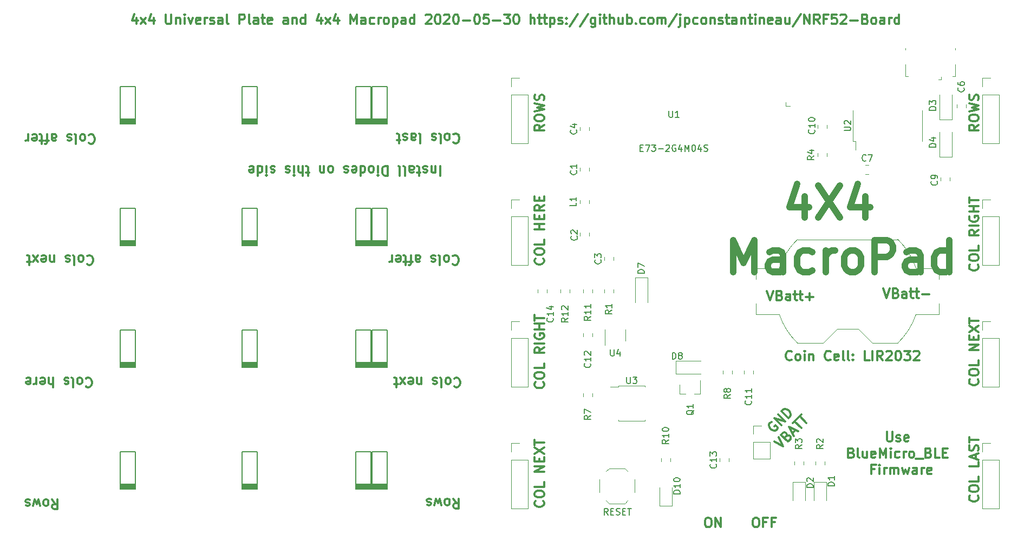
<source format=gbr>
G04 #@! TF.GenerationSoftware,KiCad,Pcbnew,(5.0.0)*
G04 #@! TF.CreationDate,2020-05-30T21:50:53-06:00*
G04 #@! TF.ProjectId,panel,70616E656C2E6B696361645F70636200,rev?*
G04 #@! TF.SameCoordinates,Original*
G04 #@! TF.FileFunction,Legend,Top*
G04 #@! TF.FilePolarity,Positive*
%FSLAX46Y46*%
G04 Gerber Fmt 4.6, Leading zero omitted, Abs format (unit mm)*
G04 Created by KiCad (PCBNEW (5.0.0)) date 05/30/20 21:50:53*
%MOMM*%
%LPD*%
G01*
G04 APERTURE LIST*
%ADD10C,0.300000*%
%ADD11C,1.000000*%
%ADD12C,0.200000*%
%ADD13C,0.120000*%
%ADD14C,0.150000*%
G04 APERTURE END LIST*
D10*
X62414285Y-32278571D02*
X62414285Y-33278571D01*
X62057142Y-31707142D02*
X61700000Y-32778571D01*
X62628571Y-32778571D01*
X63057142Y-33278571D02*
X63842857Y-32278571D01*
X63057142Y-32278571D02*
X63842857Y-33278571D01*
X65057142Y-32278571D02*
X65057142Y-33278571D01*
X64700000Y-31707142D02*
X64342857Y-32778571D01*
X65271428Y-32778571D01*
X66985714Y-31778571D02*
X66985714Y-32992857D01*
X67057142Y-33135714D01*
X67128571Y-33207142D01*
X67271428Y-33278571D01*
X67557142Y-33278571D01*
X67700000Y-33207142D01*
X67771428Y-33135714D01*
X67842857Y-32992857D01*
X67842857Y-31778571D01*
X68557142Y-32278571D02*
X68557142Y-33278571D01*
X68557142Y-32421428D02*
X68628571Y-32350000D01*
X68771428Y-32278571D01*
X68985714Y-32278571D01*
X69128571Y-32350000D01*
X69200000Y-32492857D01*
X69200000Y-33278571D01*
X69914285Y-33278571D02*
X69914285Y-32278571D01*
X69914285Y-31778571D02*
X69842857Y-31850000D01*
X69914285Y-31921428D01*
X69985714Y-31850000D01*
X69914285Y-31778571D01*
X69914285Y-31921428D01*
X70485714Y-32278571D02*
X70842857Y-33278571D01*
X71200000Y-32278571D01*
X72342857Y-33207142D02*
X72200000Y-33278571D01*
X71914285Y-33278571D01*
X71771428Y-33207142D01*
X71700000Y-33064285D01*
X71700000Y-32492857D01*
X71771428Y-32350000D01*
X71914285Y-32278571D01*
X72200000Y-32278571D01*
X72342857Y-32350000D01*
X72414285Y-32492857D01*
X72414285Y-32635714D01*
X71700000Y-32778571D01*
X73057142Y-33278571D02*
X73057142Y-32278571D01*
X73057142Y-32564285D02*
X73128571Y-32421428D01*
X73200000Y-32350000D01*
X73342857Y-32278571D01*
X73485714Y-32278571D01*
X73914285Y-33207142D02*
X74057142Y-33278571D01*
X74342857Y-33278571D01*
X74485714Y-33207142D01*
X74557142Y-33064285D01*
X74557142Y-32992857D01*
X74485714Y-32850000D01*
X74342857Y-32778571D01*
X74128571Y-32778571D01*
X73985714Y-32707142D01*
X73914285Y-32564285D01*
X73914285Y-32492857D01*
X73985714Y-32350000D01*
X74128571Y-32278571D01*
X74342857Y-32278571D01*
X74485714Y-32350000D01*
X75842857Y-33278571D02*
X75842857Y-32492857D01*
X75771428Y-32350000D01*
X75628571Y-32278571D01*
X75342857Y-32278571D01*
X75200000Y-32350000D01*
X75842857Y-33207142D02*
X75700000Y-33278571D01*
X75342857Y-33278571D01*
X75200000Y-33207142D01*
X75128571Y-33064285D01*
X75128571Y-32921428D01*
X75200000Y-32778571D01*
X75342857Y-32707142D01*
X75700000Y-32707142D01*
X75842857Y-32635714D01*
X76771428Y-33278571D02*
X76628571Y-33207142D01*
X76557142Y-33064285D01*
X76557142Y-31778571D01*
X78485714Y-33278571D02*
X78485714Y-31778571D01*
X79057142Y-31778571D01*
X79200000Y-31850000D01*
X79271428Y-31921428D01*
X79342857Y-32064285D01*
X79342857Y-32278571D01*
X79271428Y-32421428D01*
X79200000Y-32492857D01*
X79057142Y-32564285D01*
X78485714Y-32564285D01*
X80200000Y-33278571D02*
X80057142Y-33207142D01*
X79985714Y-33064285D01*
X79985714Y-31778571D01*
X81414285Y-33278571D02*
X81414285Y-32492857D01*
X81342857Y-32350000D01*
X81200000Y-32278571D01*
X80914285Y-32278571D01*
X80771428Y-32350000D01*
X81414285Y-33207142D02*
X81271428Y-33278571D01*
X80914285Y-33278571D01*
X80771428Y-33207142D01*
X80700000Y-33064285D01*
X80700000Y-32921428D01*
X80771428Y-32778571D01*
X80914285Y-32707142D01*
X81271428Y-32707142D01*
X81414285Y-32635714D01*
X81914285Y-32278571D02*
X82485714Y-32278571D01*
X82128571Y-31778571D02*
X82128571Y-33064285D01*
X82200000Y-33207142D01*
X82342857Y-33278571D01*
X82485714Y-33278571D01*
X83557142Y-33207142D02*
X83414285Y-33278571D01*
X83128571Y-33278571D01*
X82985714Y-33207142D01*
X82914285Y-33064285D01*
X82914285Y-32492857D01*
X82985714Y-32350000D01*
X83128571Y-32278571D01*
X83414285Y-32278571D01*
X83557142Y-32350000D01*
X83628571Y-32492857D01*
X83628571Y-32635714D01*
X82914285Y-32778571D01*
X86057142Y-33278571D02*
X86057142Y-32492857D01*
X85985714Y-32350000D01*
X85842857Y-32278571D01*
X85557142Y-32278571D01*
X85414285Y-32350000D01*
X86057142Y-33207142D02*
X85914285Y-33278571D01*
X85557142Y-33278571D01*
X85414285Y-33207142D01*
X85342857Y-33064285D01*
X85342857Y-32921428D01*
X85414285Y-32778571D01*
X85557142Y-32707142D01*
X85914285Y-32707142D01*
X86057142Y-32635714D01*
X86771428Y-32278571D02*
X86771428Y-33278571D01*
X86771428Y-32421428D02*
X86842857Y-32350000D01*
X86985714Y-32278571D01*
X87200000Y-32278571D01*
X87342857Y-32350000D01*
X87414285Y-32492857D01*
X87414285Y-33278571D01*
X88771428Y-33278571D02*
X88771428Y-31778571D01*
X88771428Y-33207142D02*
X88628571Y-33278571D01*
X88342857Y-33278571D01*
X88200000Y-33207142D01*
X88128571Y-33135714D01*
X88057142Y-32992857D01*
X88057142Y-32564285D01*
X88128571Y-32421428D01*
X88200000Y-32350000D01*
X88342857Y-32278571D01*
X88628571Y-32278571D01*
X88771428Y-32350000D01*
X91271428Y-32278571D02*
X91271428Y-33278571D01*
X90914285Y-31707142D02*
X90557142Y-32778571D01*
X91485714Y-32778571D01*
X91914285Y-33278571D02*
X92700000Y-32278571D01*
X91914285Y-32278571D02*
X92700000Y-33278571D01*
X93914285Y-32278571D02*
X93914285Y-33278571D01*
X93557142Y-31707142D02*
X93200000Y-32778571D01*
X94128571Y-32778571D01*
X95842857Y-33278571D02*
X95842857Y-31778571D01*
X96342857Y-32850000D01*
X96842857Y-31778571D01*
X96842857Y-33278571D01*
X98200000Y-33278571D02*
X98200000Y-32492857D01*
X98128571Y-32350000D01*
X97985714Y-32278571D01*
X97700000Y-32278571D01*
X97557142Y-32350000D01*
X98200000Y-33207142D02*
X98057142Y-33278571D01*
X97700000Y-33278571D01*
X97557142Y-33207142D01*
X97485714Y-33064285D01*
X97485714Y-32921428D01*
X97557142Y-32778571D01*
X97700000Y-32707142D01*
X98057142Y-32707142D01*
X98200000Y-32635714D01*
X99557142Y-33207142D02*
X99414285Y-33278571D01*
X99128571Y-33278571D01*
X98985714Y-33207142D01*
X98914285Y-33135714D01*
X98842857Y-32992857D01*
X98842857Y-32564285D01*
X98914285Y-32421428D01*
X98985714Y-32350000D01*
X99128571Y-32278571D01*
X99414285Y-32278571D01*
X99557142Y-32350000D01*
X100200000Y-33278571D02*
X100200000Y-32278571D01*
X100200000Y-32564285D02*
X100271428Y-32421428D01*
X100342857Y-32350000D01*
X100485714Y-32278571D01*
X100628571Y-32278571D01*
X101342857Y-33278571D02*
X101200000Y-33207142D01*
X101128571Y-33135714D01*
X101057142Y-32992857D01*
X101057142Y-32564285D01*
X101128571Y-32421428D01*
X101200000Y-32350000D01*
X101342857Y-32278571D01*
X101557142Y-32278571D01*
X101700000Y-32350000D01*
X101771428Y-32421428D01*
X101842857Y-32564285D01*
X101842857Y-32992857D01*
X101771428Y-33135714D01*
X101700000Y-33207142D01*
X101557142Y-33278571D01*
X101342857Y-33278571D01*
X102485714Y-32278571D02*
X102485714Y-33778571D01*
X102485714Y-32350000D02*
X102628571Y-32278571D01*
X102914285Y-32278571D01*
X103057142Y-32350000D01*
X103128571Y-32421428D01*
X103200000Y-32564285D01*
X103200000Y-32992857D01*
X103128571Y-33135714D01*
X103057142Y-33207142D01*
X102914285Y-33278571D01*
X102628571Y-33278571D01*
X102485714Y-33207142D01*
X104485714Y-33278571D02*
X104485714Y-32492857D01*
X104414285Y-32350000D01*
X104271428Y-32278571D01*
X103985714Y-32278571D01*
X103842857Y-32350000D01*
X104485714Y-33207142D02*
X104342857Y-33278571D01*
X103985714Y-33278571D01*
X103842857Y-33207142D01*
X103771428Y-33064285D01*
X103771428Y-32921428D01*
X103842857Y-32778571D01*
X103985714Y-32707142D01*
X104342857Y-32707142D01*
X104485714Y-32635714D01*
X105842857Y-33278571D02*
X105842857Y-31778571D01*
X105842857Y-33207142D02*
X105700000Y-33278571D01*
X105414285Y-33278571D01*
X105271428Y-33207142D01*
X105200000Y-33135714D01*
X105128571Y-32992857D01*
X105128571Y-32564285D01*
X105200000Y-32421428D01*
X105271428Y-32350000D01*
X105414285Y-32278571D01*
X105700000Y-32278571D01*
X105842857Y-32350000D01*
X107628571Y-31921428D02*
X107700000Y-31850000D01*
X107842857Y-31778571D01*
X108200000Y-31778571D01*
X108342857Y-31850000D01*
X108414285Y-31921428D01*
X108485714Y-32064285D01*
X108485714Y-32207142D01*
X108414285Y-32421428D01*
X107557142Y-33278571D01*
X108485714Y-33278571D01*
X109414285Y-31778571D02*
X109557142Y-31778571D01*
X109700000Y-31850000D01*
X109771428Y-31921428D01*
X109842857Y-32064285D01*
X109914285Y-32350000D01*
X109914285Y-32707142D01*
X109842857Y-32992857D01*
X109771428Y-33135714D01*
X109700000Y-33207142D01*
X109557142Y-33278571D01*
X109414285Y-33278571D01*
X109271428Y-33207142D01*
X109200000Y-33135714D01*
X109128571Y-32992857D01*
X109057142Y-32707142D01*
X109057142Y-32350000D01*
X109128571Y-32064285D01*
X109200000Y-31921428D01*
X109271428Y-31850000D01*
X109414285Y-31778571D01*
X110485714Y-31921428D02*
X110557142Y-31850000D01*
X110700000Y-31778571D01*
X111057142Y-31778571D01*
X111200000Y-31850000D01*
X111271428Y-31921428D01*
X111342857Y-32064285D01*
X111342857Y-32207142D01*
X111271428Y-32421428D01*
X110414285Y-33278571D01*
X111342857Y-33278571D01*
X112271428Y-31778571D02*
X112414285Y-31778571D01*
X112557142Y-31850000D01*
X112628571Y-31921428D01*
X112700000Y-32064285D01*
X112771428Y-32350000D01*
X112771428Y-32707142D01*
X112700000Y-32992857D01*
X112628571Y-33135714D01*
X112557142Y-33207142D01*
X112414285Y-33278571D01*
X112271428Y-33278571D01*
X112128571Y-33207142D01*
X112057142Y-33135714D01*
X111985714Y-32992857D01*
X111914285Y-32707142D01*
X111914285Y-32350000D01*
X111985714Y-32064285D01*
X112057142Y-31921428D01*
X112128571Y-31850000D01*
X112271428Y-31778571D01*
X113414285Y-32707142D02*
X114557142Y-32707142D01*
X115557142Y-31778571D02*
X115700000Y-31778571D01*
X115842857Y-31850000D01*
X115914285Y-31921428D01*
X115985714Y-32064285D01*
X116057142Y-32350000D01*
X116057142Y-32707142D01*
X115985714Y-32992857D01*
X115914285Y-33135714D01*
X115842857Y-33207142D01*
X115700000Y-33278571D01*
X115557142Y-33278571D01*
X115414285Y-33207142D01*
X115342857Y-33135714D01*
X115271428Y-32992857D01*
X115200000Y-32707142D01*
X115200000Y-32350000D01*
X115271428Y-32064285D01*
X115342857Y-31921428D01*
X115414285Y-31850000D01*
X115557142Y-31778571D01*
X117414285Y-31778571D02*
X116700000Y-31778571D01*
X116628571Y-32492857D01*
X116700000Y-32421428D01*
X116842857Y-32350000D01*
X117200000Y-32350000D01*
X117342857Y-32421428D01*
X117414285Y-32492857D01*
X117485714Y-32635714D01*
X117485714Y-32992857D01*
X117414285Y-33135714D01*
X117342857Y-33207142D01*
X117200000Y-33278571D01*
X116842857Y-33278571D01*
X116700000Y-33207142D01*
X116628571Y-33135714D01*
X118128571Y-32707142D02*
X119271428Y-32707142D01*
X119842857Y-31778571D02*
X120771428Y-31778571D01*
X120271428Y-32350000D01*
X120485714Y-32350000D01*
X120628571Y-32421428D01*
X120700000Y-32492857D01*
X120771428Y-32635714D01*
X120771428Y-32992857D01*
X120700000Y-33135714D01*
X120628571Y-33207142D01*
X120485714Y-33278571D01*
X120057142Y-33278571D01*
X119914285Y-33207142D01*
X119842857Y-33135714D01*
X121700000Y-31778571D02*
X121842857Y-31778571D01*
X121985714Y-31850000D01*
X122057142Y-31921428D01*
X122128571Y-32064285D01*
X122200000Y-32350000D01*
X122200000Y-32707142D01*
X122128571Y-32992857D01*
X122057142Y-33135714D01*
X121985714Y-33207142D01*
X121842857Y-33278571D01*
X121700000Y-33278571D01*
X121557142Y-33207142D01*
X121485714Y-33135714D01*
X121414285Y-32992857D01*
X121342857Y-32707142D01*
X121342857Y-32350000D01*
X121414285Y-32064285D01*
X121485714Y-31921428D01*
X121557142Y-31850000D01*
X121700000Y-31778571D01*
X123985714Y-33278571D02*
X123985714Y-31778571D01*
X124628571Y-33278571D02*
X124628571Y-32492857D01*
X124557142Y-32350000D01*
X124414285Y-32278571D01*
X124200000Y-32278571D01*
X124057142Y-32350000D01*
X123985714Y-32421428D01*
X125128571Y-32278571D02*
X125700000Y-32278571D01*
X125342857Y-31778571D02*
X125342857Y-33064285D01*
X125414285Y-33207142D01*
X125557142Y-33278571D01*
X125700000Y-33278571D01*
X125985714Y-32278571D02*
X126557142Y-32278571D01*
X126200000Y-31778571D02*
X126200000Y-33064285D01*
X126271428Y-33207142D01*
X126414285Y-33278571D01*
X126557142Y-33278571D01*
X127057142Y-32278571D02*
X127057142Y-33778571D01*
X127057142Y-32350000D02*
X127200000Y-32278571D01*
X127485714Y-32278571D01*
X127628571Y-32350000D01*
X127700000Y-32421428D01*
X127771428Y-32564285D01*
X127771428Y-32992857D01*
X127700000Y-33135714D01*
X127628571Y-33207142D01*
X127485714Y-33278571D01*
X127200000Y-33278571D01*
X127057142Y-33207142D01*
X128342857Y-33207142D02*
X128485714Y-33278571D01*
X128771428Y-33278571D01*
X128914285Y-33207142D01*
X128985714Y-33064285D01*
X128985714Y-32992857D01*
X128914285Y-32850000D01*
X128771428Y-32778571D01*
X128557142Y-32778571D01*
X128414285Y-32707142D01*
X128342857Y-32564285D01*
X128342857Y-32492857D01*
X128414285Y-32350000D01*
X128557142Y-32278571D01*
X128771428Y-32278571D01*
X128914285Y-32350000D01*
X129628571Y-33135714D02*
X129700000Y-33207142D01*
X129628571Y-33278571D01*
X129557142Y-33207142D01*
X129628571Y-33135714D01*
X129628571Y-33278571D01*
X129628571Y-32350000D02*
X129700000Y-32421428D01*
X129628571Y-32492857D01*
X129557142Y-32421428D01*
X129628571Y-32350000D01*
X129628571Y-32492857D01*
X131414285Y-31707142D02*
X130128571Y-33635714D01*
X132985714Y-31707142D02*
X131700000Y-33635714D01*
X134128571Y-32278571D02*
X134128571Y-33492857D01*
X134057142Y-33635714D01*
X133985714Y-33707142D01*
X133842857Y-33778571D01*
X133628571Y-33778571D01*
X133485714Y-33707142D01*
X134128571Y-33207142D02*
X133985714Y-33278571D01*
X133700000Y-33278571D01*
X133557142Y-33207142D01*
X133485714Y-33135714D01*
X133414285Y-32992857D01*
X133414285Y-32564285D01*
X133485714Y-32421428D01*
X133557142Y-32350000D01*
X133700000Y-32278571D01*
X133985714Y-32278571D01*
X134128571Y-32350000D01*
X134842857Y-33278571D02*
X134842857Y-32278571D01*
X134842857Y-31778571D02*
X134771428Y-31850000D01*
X134842857Y-31921428D01*
X134914285Y-31850000D01*
X134842857Y-31778571D01*
X134842857Y-31921428D01*
X135342857Y-32278571D02*
X135914285Y-32278571D01*
X135557142Y-31778571D02*
X135557142Y-33064285D01*
X135628571Y-33207142D01*
X135771428Y-33278571D01*
X135914285Y-33278571D01*
X136414285Y-33278571D02*
X136414285Y-31778571D01*
X137057142Y-33278571D02*
X137057142Y-32492857D01*
X136985714Y-32350000D01*
X136842857Y-32278571D01*
X136628571Y-32278571D01*
X136485714Y-32350000D01*
X136414285Y-32421428D01*
X138414285Y-32278571D02*
X138414285Y-33278571D01*
X137771428Y-32278571D02*
X137771428Y-33064285D01*
X137842857Y-33207142D01*
X137985714Y-33278571D01*
X138200000Y-33278571D01*
X138342857Y-33207142D01*
X138414285Y-33135714D01*
X139128571Y-33278571D02*
X139128571Y-31778571D01*
X139128571Y-32350000D02*
X139271428Y-32278571D01*
X139557142Y-32278571D01*
X139700000Y-32350000D01*
X139771428Y-32421428D01*
X139842857Y-32564285D01*
X139842857Y-32992857D01*
X139771428Y-33135714D01*
X139700000Y-33207142D01*
X139557142Y-33278571D01*
X139271428Y-33278571D01*
X139128571Y-33207142D01*
X140485714Y-33135714D02*
X140557142Y-33207142D01*
X140485714Y-33278571D01*
X140414285Y-33207142D01*
X140485714Y-33135714D01*
X140485714Y-33278571D01*
X141842857Y-33207142D02*
X141700000Y-33278571D01*
X141414285Y-33278571D01*
X141271428Y-33207142D01*
X141200000Y-33135714D01*
X141128571Y-32992857D01*
X141128571Y-32564285D01*
X141200000Y-32421428D01*
X141271428Y-32350000D01*
X141414285Y-32278571D01*
X141700000Y-32278571D01*
X141842857Y-32350000D01*
X142700000Y-33278571D02*
X142557142Y-33207142D01*
X142485714Y-33135714D01*
X142414285Y-32992857D01*
X142414285Y-32564285D01*
X142485714Y-32421428D01*
X142557142Y-32350000D01*
X142700000Y-32278571D01*
X142914285Y-32278571D01*
X143057142Y-32350000D01*
X143128571Y-32421428D01*
X143200000Y-32564285D01*
X143200000Y-32992857D01*
X143128571Y-33135714D01*
X143057142Y-33207142D01*
X142914285Y-33278571D01*
X142700000Y-33278571D01*
X143842857Y-33278571D02*
X143842857Y-32278571D01*
X143842857Y-32421428D02*
X143914285Y-32350000D01*
X144057142Y-32278571D01*
X144271428Y-32278571D01*
X144414285Y-32350000D01*
X144485714Y-32492857D01*
X144485714Y-33278571D01*
X144485714Y-32492857D02*
X144557142Y-32350000D01*
X144700000Y-32278571D01*
X144914285Y-32278571D01*
X145057142Y-32350000D01*
X145128571Y-32492857D01*
X145128571Y-33278571D01*
X146914285Y-31707142D02*
X145628571Y-33635714D01*
X147414285Y-32278571D02*
X147414285Y-33564285D01*
X147342857Y-33707142D01*
X147200000Y-33778571D01*
X147128571Y-33778571D01*
X147414285Y-31778571D02*
X147342857Y-31850000D01*
X147414285Y-31921428D01*
X147485714Y-31850000D01*
X147414285Y-31778571D01*
X147414285Y-31921428D01*
X148128571Y-32278571D02*
X148128571Y-33778571D01*
X148128571Y-32350000D02*
X148271428Y-32278571D01*
X148557142Y-32278571D01*
X148700000Y-32350000D01*
X148771428Y-32421428D01*
X148842857Y-32564285D01*
X148842857Y-32992857D01*
X148771428Y-33135714D01*
X148700000Y-33207142D01*
X148557142Y-33278571D01*
X148271428Y-33278571D01*
X148128571Y-33207142D01*
X150128571Y-33207142D02*
X149985714Y-33278571D01*
X149699999Y-33278571D01*
X149557142Y-33207142D01*
X149485714Y-33135714D01*
X149414285Y-32992857D01*
X149414285Y-32564285D01*
X149485714Y-32421428D01*
X149557142Y-32350000D01*
X149699999Y-32278571D01*
X149985714Y-32278571D01*
X150128571Y-32350000D01*
X150985714Y-33278571D02*
X150842857Y-33207142D01*
X150771428Y-33135714D01*
X150699999Y-32992857D01*
X150699999Y-32564285D01*
X150771428Y-32421428D01*
X150842857Y-32350000D01*
X150985714Y-32278571D01*
X151199999Y-32278571D01*
X151342857Y-32350000D01*
X151414285Y-32421428D01*
X151485714Y-32564285D01*
X151485714Y-32992857D01*
X151414285Y-33135714D01*
X151342857Y-33207142D01*
X151199999Y-33278571D01*
X150985714Y-33278571D01*
X152128571Y-32278571D02*
X152128571Y-33278571D01*
X152128571Y-32421428D02*
X152199999Y-32350000D01*
X152342857Y-32278571D01*
X152557142Y-32278571D01*
X152699999Y-32350000D01*
X152771428Y-32492857D01*
X152771428Y-33278571D01*
X153414285Y-33207142D02*
X153557142Y-33278571D01*
X153842857Y-33278571D01*
X153985714Y-33207142D01*
X154057142Y-33064285D01*
X154057142Y-32992857D01*
X153985714Y-32850000D01*
X153842857Y-32778571D01*
X153628571Y-32778571D01*
X153485714Y-32707142D01*
X153414285Y-32564285D01*
X153414285Y-32492857D01*
X153485714Y-32350000D01*
X153628571Y-32278571D01*
X153842857Y-32278571D01*
X153985714Y-32350000D01*
X154485714Y-32278571D02*
X155057142Y-32278571D01*
X154699999Y-31778571D02*
X154699999Y-33064285D01*
X154771428Y-33207142D01*
X154914285Y-33278571D01*
X155057142Y-33278571D01*
X156199999Y-33278571D02*
X156199999Y-32492857D01*
X156128571Y-32350000D01*
X155985714Y-32278571D01*
X155699999Y-32278571D01*
X155557142Y-32350000D01*
X156199999Y-33207142D02*
X156057142Y-33278571D01*
X155699999Y-33278571D01*
X155557142Y-33207142D01*
X155485714Y-33064285D01*
X155485714Y-32921428D01*
X155557142Y-32778571D01*
X155699999Y-32707142D01*
X156057142Y-32707142D01*
X156199999Y-32635714D01*
X156914285Y-32278571D02*
X156914285Y-33278571D01*
X156914285Y-32421428D02*
X156985714Y-32350000D01*
X157128571Y-32278571D01*
X157342857Y-32278571D01*
X157485714Y-32350000D01*
X157557142Y-32492857D01*
X157557142Y-33278571D01*
X158057142Y-32278571D02*
X158628571Y-32278571D01*
X158271428Y-31778571D02*
X158271428Y-33064285D01*
X158342857Y-33207142D01*
X158485714Y-33278571D01*
X158628571Y-33278571D01*
X159128571Y-33278571D02*
X159128571Y-32278571D01*
X159128571Y-31778571D02*
X159057142Y-31850000D01*
X159128571Y-31921428D01*
X159199999Y-31850000D01*
X159128571Y-31778571D01*
X159128571Y-31921428D01*
X159842857Y-32278571D02*
X159842857Y-33278571D01*
X159842857Y-32421428D02*
X159914285Y-32350000D01*
X160057142Y-32278571D01*
X160271428Y-32278571D01*
X160414285Y-32350000D01*
X160485714Y-32492857D01*
X160485714Y-33278571D01*
X161771428Y-33207142D02*
X161628571Y-33278571D01*
X161342857Y-33278571D01*
X161199999Y-33207142D01*
X161128571Y-33064285D01*
X161128571Y-32492857D01*
X161199999Y-32350000D01*
X161342857Y-32278571D01*
X161628571Y-32278571D01*
X161771428Y-32350000D01*
X161842857Y-32492857D01*
X161842857Y-32635714D01*
X161128571Y-32778571D01*
X163128571Y-33278571D02*
X163128571Y-32492857D01*
X163057142Y-32350000D01*
X162914285Y-32278571D01*
X162628571Y-32278571D01*
X162485714Y-32350000D01*
X163128571Y-33207142D02*
X162985714Y-33278571D01*
X162628571Y-33278571D01*
X162485714Y-33207142D01*
X162414285Y-33064285D01*
X162414285Y-32921428D01*
X162485714Y-32778571D01*
X162628571Y-32707142D01*
X162985714Y-32707142D01*
X163128571Y-32635714D01*
X164485714Y-32278571D02*
X164485714Y-33278571D01*
X163842857Y-32278571D02*
X163842857Y-33064285D01*
X163914285Y-33207142D01*
X164057142Y-33278571D01*
X164271428Y-33278571D01*
X164414285Y-33207142D01*
X164485714Y-33135714D01*
X166271428Y-31707142D02*
X164985714Y-33635714D01*
X166771428Y-33278571D02*
X166771428Y-31778571D01*
X167628571Y-33278571D01*
X167628571Y-31778571D01*
X169199999Y-33278571D02*
X168699999Y-32564285D01*
X168342857Y-33278571D02*
X168342857Y-31778571D01*
X168914285Y-31778571D01*
X169057142Y-31850000D01*
X169128571Y-31921428D01*
X169199999Y-32064285D01*
X169199999Y-32278571D01*
X169128571Y-32421428D01*
X169057142Y-32492857D01*
X168914285Y-32564285D01*
X168342857Y-32564285D01*
X170342857Y-32492857D02*
X169842857Y-32492857D01*
X169842857Y-33278571D02*
X169842857Y-31778571D01*
X170557142Y-31778571D01*
X171842857Y-31778571D02*
X171128571Y-31778571D01*
X171057142Y-32492857D01*
X171128571Y-32421428D01*
X171271428Y-32350000D01*
X171628571Y-32350000D01*
X171771428Y-32421428D01*
X171842857Y-32492857D01*
X171914285Y-32635714D01*
X171914285Y-32992857D01*
X171842857Y-33135714D01*
X171771428Y-33207142D01*
X171628571Y-33278571D01*
X171271428Y-33278571D01*
X171128571Y-33207142D01*
X171057142Y-33135714D01*
X172485714Y-31921428D02*
X172557142Y-31850000D01*
X172699999Y-31778571D01*
X173057142Y-31778571D01*
X173199999Y-31850000D01*
X173271428Y-31921428D01*
X173342857Y-32064285D01*
X173342857Y-32207142D01*
X173271428Y-32421428D01*
X172414285Y-33278571D01*
X173342857Y-33278571D01*
X173985714Y-32707142D02*
X175128571Y-32707142D01*
X176342857Y-32492857D02*
X176557142Y-32564285D01*
X176628571Y-32635714D01*
X176699999Y-32778571D01*
X176699999Y-32992857D01*
X176628571Y-33135714D01*
X176557142Y-33207142D01*
X176414285Y-33278571D01*
X175842857Y-33278571D01*
X175842857Y-31778571D01*
X176342857Y-31778571D01*
X176485714Y-31850000D01*
X176557142Y-31921428D01*
X176628571Y-32064285D01*
X176628571Y-32207142D01*
X176557142Y-32350000D01*
X176485714Y-32421428D01*
X176342857Y-32492857D01*
X175842857Y-32492857D01*
X177557142Y-33278571D02*
X177414285Y-33207142D01*
X177342857Y-33135714D01*
X177271428Y-32992857D01*
X177271428Y-32564285D01*
X177342857Y-32421428D01*
X177414285Y-32350000D01*
X177557142Y-32278571D01*
X177771428Y-32278571D01*
X177914285Y-32350000D01*
X177985714Y-32421428D01*
X178057142Y-32564285D01*
X178057142Y-32992857D01*
X177985714Y-33135714D01*
X177914285Y-33207142D01*
X177771428Y-33278571D01*
X177557142Y-33278571D01*
X179342857Y-33278571D02*
X179342857Y-32492857D01*
X179271428Y-32350000D01*
X179128571Y-32278571D01*
X178842857Y-32278571D01*
X178699999Y-32350000D01*
X179342857Y-33207142D02*
X179199999Y-33278571D01*
X178842857Y-33278571D01*
X178699999Y-33207142D01*
X178628571Y-33064285D01*
X178628571Y-32921428D01*
X178699999Y-32778571D01*
X178842857Y-32707142D01*
X179199999Y-32707142D01*
X179342857Y-32635714D01*
X180057142Y-33278571D02*
X180057142Y-32278571D01*
X180057142Y-32564285D02*
X180128571Y-32421428D01*
X180199999Y-32350000D01*
X180342857Y-32278571D01*
X180485714Y-32278571D01*
X181628571Y-33278571D02*
X181628571Y-31778571D01*
X181628571Y-33207142D02*
X181485714Y-33278571D01*
X181199999Y-33278571D01*
X181057142Y-33207142D01*
X180985714Y-33135714D01*
X180914285Y-32992857D01*
X180914285Y-32564285D01*
X180985714Y-32421428D01*
X181057142Y-32350000D01*
X181199999Y-32278571D01*
X181485714Y-32278571D01*
X181628571Y-32350000D01*
X111833571Y-69611285D02*
X111905000Y-69539857D01*
X112119285Y-69468428D01*
X112262142Y-69468428D01*
X112476428Y-69539857D01*
X112619285Y-69682714D01*
X112690714Y-69825571D01*
X112762142Y-70111285D01*
X112762142Y-70325571D01*
X112690714Y-70611285D01*
X112619285Y-70754142D01*
X112476428Y-70897000D01*
X112262142Y-70968428D01*
X112119285Y-70968428D01*
X111905000Y-70897000D01*
X111833571Y-70825571D01*
X110976428Y-69468428D02*
X111119285Y-69539857D01*
X111190714Y-69611285D01*
X111262142Y-69754142D01*
X111262142Y-70182714D01*
X111190714Y-70325571D01*
X111119285Y-70397000D01*
X110976428Y-70468428D01*
X110762142Y-70468428D01*
X110619285Y-70397000D01*
X110547857Y-70325571D01*
X110476428Y-70182714D01*
X110476428Y-69754142D01*
X110547857Y-69611285D01*
X110619285Y-69539857D01*
X110762142Y-69468428D01*
X110976428Y-69468428D01*
X109619285Y-69468428D02*
X109762142Y-69539857D01*
X109833571Y-69682714D01*
X109833571Y-70968428D01*
X109119285Y-69539857D02*
X108976428Y-69468428D01*
X108690714Y-69468428D01*
X108547857Y-69539857D01*
X108476428Y-69682714D01*
X108476428Y-69754142D01*
X108547857Y-69897000D01*
X108690714Y-69968428D01*
X108905000Y-69968428D01*
X109047857Y-70039857D01*
X109119285Y-70182714D01*
X109119285Y-70254142D01*
X109047857Y-70397000D01*
X108905000Y-70468428D01*
X108690714Y-70468428D01*
X108547857Y-70397000D01*
X106047857Y-69468428D02*
X106047857Y-70254142D01*
X106119285Y-70397000D01*
X106262142Y-70468428D01*
X106547857Y-70468428D01*
X106690714Y-70397000D01*
X106047857Y-69539857D02*
X106190714Y-69468428D01*
X106547857Y-69468428D01*
X106690714Y-69539857D01*
X106762142Y-69682714D01*
X106762142Y-69825571D01*
X106690714Y-69968428D01*
X106547857Y-70039857D01*
X106190714Y-70039857D01*
X106047857Y-70111285D01*
X105547857Y-70468428D02*
X104976428Y-70468428D01*
X105333571Y-69468428D02*
X105333571Y-70754142D01*
X105262142Y-70897000D01*
X105119285Y-70968428D01*
X104976428Y-70968428D01*
X104690714Y-70468428D02*
X104119285Y-70468428D01*
X104476428Y-70968428D02*
X104476428Y-69682714D01*
X104405000Y-69539857D01*
X104262142Y-69468428D01*
X104119285Y-69468428D01*
X103047857Y-69539857D02*
X103190714Y-69468428D01*
X103476428Y-69468428D01*
X103619285Y-69539857D01*
X103690714Y-69682714D01*
X103690714Y-70254142D01*
X103619285Y-70397000D01*
X103476428Y-70468428D01*
X103190714Y-70468428D01*
X103047857Y-70397000D01*
X102976428Y-70254142D01*
X102976428Y-70111285D01*
X103690714Y-69968428D01*
X102333571Y-69468428D02*
X102333571Y-70468428D01*
X102333571Y-70182714D02*
X102262142Y-70325571D01*
X102190714Y-70397000D01*
X102047857Y-70468428D01*
X101905000Y-70468428D01*
X54937571Y-50688285D02*
X55009000Y-50616857D01*
X55223285Y-50545428D01*
X55366142Y-50545428D01*
X55580428Y-50616857D01*
X55723285Y-50759714D01*
X55794714Y-50902571D01*
X55866142Y-51188285D01*
X55866142Y-51402571D01*
X55794714Y-51688285D01*
X55723285Y-51831142D01*
X55580428Y-51974000D01*
X55366142Y-52045428D01*
X55223285Y-52045428D01*
X55009000Y-51974000D01*
X54937571Y-51902571D01*
X54080428Y-50545428D02*
X54223285Y-50616857D01*
X54294714Y-50688285D01*
X54366142Y-50831142D01*
X54366142Y-51259714D01*
X54294714Y-51402571D01*
X54223285Y-51474000D01*
X54080428Y-51545428D01*
X53866142Y-51545428D01*
X53723285Y-51474000D01*
X53651857Y-51402571D01*
X53580428Y-51259714D01*
X53580428Y-50831142D01*
X53651857Y-50688285D01*
X53723285Y-50616857D01*
X53866142Y-50545428D01*
X54080428Y-50545428D01*
X52723285Y-50545428D02*
X52866142Y-50616857D01*
X52937571Y-50759714D01*
X52937571Y-52045428D01*
X52223285Y-50616857D02*
X52080428Y-50545428D01*
X51794714Y-50545428D01*
X51651857Y-50616857D01*
X51580428Y-50759714D01*
X51580428Y-50831142D01*
X51651857Y-50974000D01*
X51794714Y-51045428D01*
X52009000Y-51045428D01*
X52151857Y-51116857D01*
X52223285Y-51259714D01*
X52223285Y-51331142D01*
X52151857Y-51474000D01*
X52009000Y-51545428D01*
X51794714Y-51545428D01*
X51651857Y-51474000D01*
X49151857Y-50545428D02*
X49151857Y-51331142D01*
X49223285Y-51474000D01*
X49366142Y-51545428D01*
X49651857Y-51545428D01*
X49794714Y-51474000D01*
X49151857Y-50616857D02*
X49294714Y-50545428D01*
X49651857Y-50545428D01*
X49794714Y-50616857D01*
X49866142Y-50759714D01*
X49866142Y-50902571D01*
X49794714Y-51045428D01*
X49651857Y-51116857D01*
X49294714Y-51116857D01*
X49151857Y-51188285D01*
X48651857Y-51545428D02*
X48080428Y-51545428D01*
X48437571Y-50545428D02*
X48437571Y-51831142D01*
X48366142Y-51974000D01*
X48223285Y-52045428D01*
X48080428Y-52045428D01*
X47794714Y-51545428D02*
X47223285Y-51545428D01*
X47580428Y-52045428D02*
X47580428Y-50759714D01*
X47509000Y-50616857D01*
X47366142Y-50545428D01*
X47223285Y-50545428D01*
X46151857Y-50616857D02*
X46294714Y-50545428D01*
X46580428Y-50545428D01*
X46723285Y-50616857D01*
X46794714Y-50759714D01*
X46794714Y-51331142D01*
X46723285Y-51474000D01*
X46580428Y-51545428D01*
X46294714Y-51545428D01*
X46151857Y-51474000D01*
X46080428Y-51331142D01*
X46080428Y-51188285D01*
X46794714Y-51045428D01*
X45437571Y-50545428D02*
X45437571Y-51545428D01*
X45437571Y-51259714D02*
X45366142Y-51402571D01*
X45294714Y-51474000D01*
X45151857Y-51545428D01*
X45009000Y-51545428D01*
X111932857Y-50561285D02*
X112004285Y-50489857D01*
X112218571Y-50418428D01*
X112361428Y-50418428D01*
X112575714Y-50489857D01*
X112718571Y-50632714D01*
X112790000Y-50775571D01*
X112861428Y-51061285D01*
X112861428Y-51275571D01*
X112790000Y-51561285D01*
X112718571Y-51704142D01*
X112575714Y-51847000D01*
X112361428Y-51918428D01*
X112218571Y-51918428D01*
X112004285Y-51847000D01*
X111932857Y-51775571D01*
X111075714Y-50418428D02*
X111218571Y-50489857D01*
X111290000Y-50561285D01*
X111361428Y-50704142D01*
X111361428Y-51132714D01*
X111290000Y-51275571D01*
X111218571Y-51347000D01*
X111075714Y-51418428D01*
X110861428Y-51418428D01*
X110718571Y-51347000D01*
X110647142Y-51275571D01*
X110575714Y-51132714D01*
X110575714Y-50704142D01*
X110647142Y-50561285D01*
X110718571Y-50489857D01*
X110861428Y-50418428D01*
X111075714Y-50418428D01*
X109718571Y-50418428D02*
X109861428Y-50489857D01*
X109932857Y-50632714D01*
X109932857Y-51918428D01*
X109218571Y-50489857D02*
X109075714Y-50418428D01*
X108790000Y-50418428D01*
X108647142Y-50489857D01*
X108575714Y-50632714D01*
X108575714Y-50704142D01*
X108647142Y-50847000D01*
X108790000Y-50918428D01*
X109004285Y-50918428D01*
X109147142Y-50989857D01*
X109218571Y-51132714D01*
X109218571Y-51204142D01*
X109147142Y-51347000D01*
X109004285Y-51418428D01*
X108790000Y-51418428D01*
X108647142Y-51347000D01*
X106575714Y-50418428D02*
X106718571Y-50489857D01*
X106790000Y-50632714D01*
X106790000Y-51918428D01*
X105361428Y-50418428D02*
X105361428Y-51204142D01*
X105432857Y-51347000D01*
X105575714Y-51418428D01*
X105861428Y-51418428D01*
X106004285Y-51347000D01*
X105361428Y-50489857D02*
X105504285Y-50418428D01*
X105861428Y-50418428D01*
X106004285Y-50489857D01*
X106075714Y-50632714D01*
X106075714Y-50775571D01*
X106004285Y-50918428D01*
X105861428Y-50989857D01*
X105504285Y-50989857D01*
X105361428Y-51061285D01*
X104718571Y-50489857D02*
X104575714Y-50418428D01*
X104290000Y-50418428D01*
X104147142Y-50489857D01*
X104075714Y-50632714D01*
X104075714Y-50704142D01*
X104147142Y-50847000D01*
X104290000Y-50918428D01*
X104504285Y-50918428D01*
X104647142Y-50989857D01*
X104718571Y-51132714D01*
X104718571Y-51204142D01*
X104647142Y-51347000D01*
X104504285Y-51418428D01*
X104290000Y-51418428D01*
X104147142Y-51347000D01*
X103647142Y-51418428D02*
X103075714Y-51418428D01*
X103432857Y-51918428D02*
X103432857Y-50632714D01*
X103361428Y-50489857D01*
X103218571Y-50418428D01*
X103075714Y-50418428D01*
X54651857Y-69611285D02*
X54723285Y-69539857D01*
X54937571Y-69468428D01*
X55080428Y-69468428D01*
X55294714Y-69539857D01*
X55437571Y-69682714D01*
X55509000Y-69825571D01*
X55580428Y-70111285D01*
X55580428Y-70325571D01*
X55509000Y-70611285D01*
X55437571Y-70754142D01*
X55294714Y-70897000D01*
X55080428Y-70968428D01*
X54937571Y-70968428D01*
X54723285Y-70897000D01*
X54651857Y-70825571D01*
X53794714Y-69468428D02*
X53937571Y-69539857D01*
X54009000Y-69611285D01*
X54080428Y-69754142D01*
X54080428Y-70182714D01*
X54009000Y-70325571D01*
X53937571Y-70397000D01*
X53794714Y-70468428D01*
X53580428Y-70468428D01*
X53437571Y-70397000D01*
X53366142Y-70325571D01*
X53294714Y-70182714D01*
X53294714Y-69754142D01*
X53366142Y-69611285D01*
X53437571Y-69539857D01*
X53580428Y-69468428D01*
X53794714Y-69468428D01*
X52437571Y-69468428D02*
X52580428Y-69539857D01*
X52651857Y-69682714D01*
X52651857Y-70968428D01*
X51937571Y-69539857D02*
X51794714Y-69468428D01*
X51509000Y-69468428D01*
X51366142Y-69539857D01*
X51294714Y-69682714D01*
X51294714Y-69754142D01*
X51366142Y-69897000D01*
X51509000Y-69968428D01*
X51723285Y-69968428D01*
X51866142Y-70039857D01*
X51937571Y-70182714D01*
X51937571Y-70254142D01*
X51866142Y-70397000D01*
X51723285Y-70468428D01*
X51509000Y-70468428D01*
X51366142Y-70397000D01*
X49509000Y-70468428D02*
X49509000Y-69468428D01*
X49509000Y-70325571D02*
X49437571Y-70397000D01*
X49294714Y-70468428D01*
X49080428Y-70468428D01*
X48937571Y-70397000D01*
X48866142Y-70254142D01*
X48866142Y-69468428D01*
X47580428Y-69539857D02*
X47723285Y-69468428D01*
X48009000Y-69468428D01*
X48151857Y-69539857D01*
X48223285Y-69682714D01*
X48223285Y-70254142D01*
X48151857Y-70397000D01*
X48009000Y-70468428D01*
X47723285Y-70468428D01*
X47580428Y-70397000D01*
X47509000Y-70254142D01*
X47509000Y-70111285D01*
X48223285Y-69968428D01*
X47009000Y-69468428D02*
X46223285Y-70468428D01*
X47009000Y-70468428D02*
X46223285Y-69468428D01*
X45866142Y-70468428D02*
X45294714Y-70468428D01*
X45651857Y-70968428D02*
X45651857Y-69682714D01*
X45580428Y-69539857D01*
X45437571Y-69468428D01*
X45294714Y-69468428D01*
X112055857Y-88788285D02*
X112127285Y-88716857D01*
X112341571Y-88645428D01*
X112484428Y-88645428D01*
X112698714Y-88716857D01*
X112841571Y-88859714D01*
X112913000Y-89002571D01*
X112984428Y-89288285D01*
X112984428Y-89502571D01*
X112913000Y-89788285D01*
X112841571Y-89931142D01*
X112698714Y-90074000D01*
X112484428Y-90145428D01*
X112341571Y-90145428D01*
X112127285Y-90074000D01*
X112055857Y-90002571D01*
X111198714Y-88645428D02*
X111341571Y-88716857D01*
X111413000Y-88788285D01*
X111484428Y-88931142D01*
X111484428Y-89359714D01*
X111413000Y-89502571D01*
X111341571Y-89574000D01*
X111198714Y-89645428D01*
X110984428Y-89645428D01*
X110841571Y-89574000D01*
X110770142Y-89502571D01*
X110698714Y-89359714D01*
X110698714Y-88931142D01*
X110770142Y-88788285D01*
X110841571Y-88716857D01*
X110984428Y-88645428D01*
X111198714Y-88645428D01*
X109841571Y-88645428D02*
X109984428Y-88716857D01*
X110055857Y-88859714D01*
X110055857Y-90145428D01*
X109341571Y-88716857D02*
X109198714Y-88645428D01*
X108913000Y-88645428D01*
X108770142Y-88716857D01*
X108698714Y-88859714D01*
X108698714Y-88931142D01*
X108770142Y-89074000D01*
X108913000Y-89145428D01*
X109127285Y-89145428D01*
X109270142Y-89216857D01*
X109341571Y-89359714D01*
X109341571Y-89431142D01*
X109270142Y-89574000D01*
X109127285Y-89645428D01*
X108913000Y-89645428D01*
X108770142Y-89574000D01*
X106913000Y-89645428D02*
X106913000Y-88645428D01*
X106913000Y-89502571D02*
X106841571Y-89574000D01*
X106698714Y-89645428D01*
X106484428Y-89645428D01*
X106341571Y-89574000D01*
X106270142Y-89431142D01*
X106270142Y-88645428D01*
X104984428Y-88716857D02*
X105127285Y-88645428D01*
X105413000Y-88645428D01*
X105555857Y-88716857D01*
X105627285Y-88859714D01*
X105627285Y-89431142D01*
X105555857Y-89574000D01*
X105413000Y-89645428D01*
X105127285Y-89645428D01*
X104984428Y-89574000D01*
X104913000Y-89431142D01*
X104913000Y-89288285D01*
X105627285Y-89145428D01*
X104413000Y-88645428D02*
X103627285Y-89645428D01*
X104413000Y-89645428D02*
X103627285Y-88645428D01*
X103270142Y-89645428D02*
X102698714Y-89645428D01*
X103055857Y-90145428D02*
X103055857Y-88859714D01*
X102984428Y-88716857D01*
X102841571Y-88645428D01*
X102698714Y-88645428D01*
X54469285Y-88788285D02*
X54540714Y-88716857D01*
X54755000Y-88645428D01*
X54897857Y-88645428D01*
X55112142Y-88716857D01*
X55255000Y-88859714D01*
X55326428Y-89002571D01*
X55397857Y-89288285D01*
X55397857Y-89502571D01*
X55326428Y-89788285D01*
X55255000Y-89931142D01*
X55112142Y-90074000D01*
X54897857Y-90145428D01*
X54755000Y-90145428D01*
X54540714Y-90074000D01*
X54469285Y-90002571D01*
X53612142Y-88645428D02*
X53755000Y-88716857D01*
X53826428Y-88788285D01*
X53897857Y-88931142D01*
X53897857Y-89359714D01*
X53826428Y-89502571D01*
X53755000Y-89574000D01*
X53612142Y-89645428D01*
X53397857Y-89645428D01*
X53255000Y-89574000D01*
X53183571Y-89502571D01*
X53112142Y-89359714D01*
X53112142Y-88931142D01*
X53183571Y-88788285D01*
X53255000Y-88716857D01*
X53397857Y-88645428D01*
X53612142Y-88645428D01*
X52255000Y-88645428D02*
X52397857Y-88716857D01*
X52469285Y-88859714D01*
X52469285Y-90145428D01*
X51755000Y-88716857D02*
X51612142Y-88645428D01*
X51326428Y-88645428D01*
X51183571Y-88716857D01*
X51112142Y-88859714D01*
X51112142Y-88931142D01*
X51183571Y-89074000D01*
X51326428Y-89145428D01*
X51540714Y-89145428D01*
X51683571Y-89216857D01*
X51755000Y-89359714D01*
X51755000Y-89431142D01*
X51683571Y-89574000D01*
X51540714Y-89645428D01*
X51326428Y-89645428D01*
X51183571Y-89574000D01*
X49326428Y-88645428D02*
X49326428Y-90145428D01*
X48683571Y-88645428D02*
X48683571Y-89431142D01*
X48755000Y-89574000D01*
X48897857Y-89645428D01*
X49112142Y-89645428D01*
X49255000Y-89574000D01*
X49326428Y-89502571D01*
X47397857Y-88716857D02*
X47540714Y-88645428D01*
X47826428Y-88645428D01*
X47969285Y-88716857D01*
X48040714Y-88859714D01*
X48040714Y-89431142D01*
X47969285Y-89574000D01*
X47826428Y-89645428D01*
X47540714Y-89645428D01*
X47397857Y-89574000D01*
X47326428Y-89431142D01*
X47326428Y-89288285D01*
X48040714Y-89145428D01*
X46683571Y-88645428D02*
X46683571Y-89645428D01*
X46683571Y-89359714D02*
X46612142Y-89502571D01*
X46540714Y-89574000D01*
X46397857Y-89645428D01*
X46255000Y-89645428D01*
X45183571Y-88716857D02*
X45326428Y-88645428D01*
X45612142Y-88645428D01*
X45755000Y-88716857D01*
X45826428Y-88859714D01*
X45826428Y-89431142D01*
X45755000Y-89574000D01*
X45612142Y-89645428D01*
X45326428Y-89645428D01*
X45183571Y-89574000D01*
X45112142Y-89431142D01*
X45112142Y-89288285D01*
X45826428Y-89145428D01*
X111933142Y-107568428D02*
X112433142Y-108282714D01*
X112790285Y-107568428D02*
X112790285Y-109068428D01*
X112218857Y-109068428D01*
X112076000Y-108997000D01*
X112004571Y-108925571D01*
X111933142Y-108782714D01*
X111933142Y-108568428D01*
X112004571Y-108425571D01*
X112076000Y-108354142D01*
X112218857Y-108282714D01*
X112790285Y-108282714D01*
X111076000Y-107568428D02*
X111218857Y-107639857D01*
X111290285Y-107711285D01*
X111361714Y-107854142D01*
X111361714Y-108282714D01*
X111290285Y-108425571D01*
X111218857Y-108497000D01*
X111076000Y-108568428D01*
X110861714Y-108568428D01*
X110718857Y-108497000D01*
X110647428Y-108425571D01*
X110576000Y-108282714D01*
X110576000Y-107854142D01*
X110647428Y-107711285D01*
X110718857Y-107639857D01*
X110861714Y-107568428D01*
X111076000Y-107568428D01*
X110076000Y-108568428D02*
X109790285Y-107568428D01*
X109504571Y-108282714D01*
X109218857Y-107568428D01*
X108933142Y-108568428D01*
X108433142Y-107639857D02*
X108290285Y-107568428D01*
X108004571Y-107568428D01*
X107861714Y-107639857D01*
X107790285Y-107782714D01*
X107790285Y-107854142D01*
X107861714Y-107997000D01*
X108004571Y-108068428D01*
X108218857Y-108068428D01*
X108361714Y-108139857D01*
X108433142Y-108282714D01*
X108433142Y-108354142D01*
X108361714Y-108497000D01*
X108218857Y-108568428D01*
X108004571Y-108568428D01*
X107861714Y-108497000D01*
X49195142Y-107695428D02*
X49695142Y-108409714D01*
X50052285Y-107695428D02*
X50052285Y-109195428D01*
X49480857Y-109195428D01*
X49338000Y-109124000D01*
X49266571Y-109052571D01*
X49195142Y-108909714D01*
X49195142Y-108695428D01*
X49266571Y-108552571D01*
X49338000Y-108481142D01*
X49480857Y-108409714D01*
X50052285Y-108409714D01*
X48338000Y-107695428D02*
X48480857Y-107766857D01*
X48552285Y-107838285D01*
X48623714Y-107981142D01*
X48623714Y-108409714D01*
X48552285Y-108552571D01*
X48480857Y-108624000D01*
X48338000Y-108695428D01*
X48123714Y-108695428D01*
X47980857Y-108624000D01*
X47909428Y-108552571D01*
X47838000Y-108409714D01*
X47838000Y-107981142D01*
X47909428Y-107838285D01*
X47980857Y-107766857D01*
X48123714Y-107695428D01*
X48338000Y-107695428D01*
X47338000Y-108695428D02*
X47052285Y-107695428D01*
X46766571Y-108409714D01*
X46480857Y-107695428D01*
X46195142Y-108695428D01*
X45695142Y-107766857D02*
X45552285Y-107695428D01*
X45266571Y-107695428D01*
X45123714Y-107766857D01*
X45052285Y-107909714D01*
X45052285Y-107981142D01*
X45123714Y-108124000D01*
X45266571Y-108195428D01*
X45480857Y-108195428D01*
X45623714Y-108266857D01*
X45695142Y-108409714D01*
X45695142Y-108481142D01*
X45623714Y-108624000D01*
X45480857Y-108695428D01*
X45266571Y-108695428D01*
X45123714Y-108624000D01*
X109851857Y-55498428D02*
X109851857Y-56998428D01*
X109137571Y-56498428D02*
X109137571Y-55498428D01*
X109137571Y-56355571D02*
X109066142Y-56427000D01*
X108923285Y-56498428D01*
X108709000Y-56498428D01*
X108566142Y-56427000D01*
X108494714Y-56284142D01*
X108494714Y-55498428D01*
X107851857Y-55569857D02*
X107709000Y-55498428D01*
X107423285Y-55498428D01*
X107280428Y-55569857D01*
X107209000Y-55712714D01*
X107209000Y-55784142D01*
X107280428Y-55927000D01*
X107423285Y-55998428D01*
X107637571Y-55998428D01*
X107780428Y-56069857D01*
X107851857Y-56212714D01*
X107851857Y-56284142D01*
X107780428Y-56427000D01*
X107637571Y-56498428D01*
X107423285Y-56498428D01*
X107280428Y-56427000D01*
X106780428Y-56498428D02*
X106209000Y-56498428D01*
X106566142Y-56998428D02*
X106566142Y-55712714D01*
X106494714Y-55569857D01*
X106351857Y-55498428D01*
X106209000Y-55498428D01*
X105066142Y-55498428D02*
X105066142Y-56284142D01*
X105137571Y-56427000D01*
X105280428Y-56498428D01*
X105566142Y-56498428D01*
X105709000Y-56427000D01*
X105066142Y-55569857D02*
X105209000Y-55498428D01*
X105566142Y-55498428D01*
X105709000Y-55569857D01*
X105780428Y-55712714D01*
X105780428Y-55855571D01*
X105709000Y-55998428D01*
X105566142Y-56069857D01*
X105209000Y-56069857D01*
X105066142Y-56141285D01*
X104137571Y-55498428D02*
X104280428Y-55569857D01*
X104351857Y-55712714D01*
X104351857Y-56998428D01*
X103351857Y-55498428D02*
X103494714Y-55569857D01*
X103566142Y-55712714D01*
X103566142Y-56998428D01*
X101637571Y-55498428D02*
X101637571Y-56998428D01*
X101280428Y-56998428D01*
X101066142Y-56927000D01*
X100923285Y-56784142D01*
X100851857Y-56641285D01*
X100780428Y-56355571D01*
X100780428Y-56141285D01*
X100851857Y-55855571D01*
X100923285Y-55712714D01*
X101066142Y-55569857D01*
X101280428Y-55498428D01*
X101637571Y-55498428D01*
X100137571Y-55498428D02*
X100137571Y-56498428D01*
X100137571Y-56998428D02*
X100209000Y-56927000D01*
X100137571Y-56855571D01*
X100066142Y-56927000D01*
X100137571Y-56998428D01*
X100137571Y-56855571D01*
X99209000Y-55498428D02*
X99351857Y-55569857D01*
X99423285Y-55641285D01*
X99494714Y-55784142D01*
X99494714Y-56212714D01*
X99423285Y-56355571D01*
X99351857Y-56427000D01*
X99209000Y-56498428D01*
X98994714Y-56498428D01*
X98851857Y-56427000D01*
X98780428Y-56355571D01*
X98709000Y-56212714D01*
X98709000Y-55784142D01*
X98780428Y-55641285D01*
X98851857Y-55569857D01*
X98994714Y-55498428D01*
X99209000Y-55498428D01*
X97423285Y-55498428D02*
X97423285Y-56998428D01*
X97423285Y-55569857D02*
X97566142Y-55498428D01*
X97851857Y-55498428D01*
X97994714Y-55569857D01*
X98066142Y-55641285D01*
X98137571Y-55784142D01*
X98137571Y-56212714D01*
X98066142Y-56355571D01*
X97994714Y-56427000D01*
X97851857Y-56498428D01*
X97566142Y-56498428D01*
X97423285Y-56427000D01*
X96137571Y-55569857D02*
X96280428Y-55498428D01*
X96566142Y-55498428D01*
X96709000Y-55569857D01*
X96780428Y-55712714D01*
X96780428Y-56284142D01*
X96709000Y-56427000D01*
X96566142Y-56498428D01*
X96280428Y-56498428D01*
X96137571Y-56427000D01*
X96066142Y-56284142D01*
X96066142Y-56141285D01*
X96780428Y-55998428D01*
X95494714Y-55569857D02*
X95351857Y-55498428D01*
X95066142Y-55498428D01*
X94923285Y-55569857D01*
X94851857Y-55712714D01*
X94851857Y-55784142D01*
X94923285Y-55927000D01*
X95066142Y-55998428D01*
X95280428Y-55998428D01*
X95423285Y-56069857D01*
X95494714Y-56212714D01*
X95494714Y-56284142D01*
X95423285Y-56427000D01*
X95280428Y-56498428D01*
X95066142Y-56498428D01*
X94923285Y-56427000D01*
X92851857Y-55498428D02*
X92994714Y-55569857D01*
X93066142Y-55641285D01*
X93137571Y-55784142D01*
X93137571Y-56212714D01*
X93066142Y-56355571D01*
X92994714Y-56427000D01*
X92851857Y-56498428D01*
X92637571Y-56498428D01*
X92494714Y-56427000D01*
X92423285Y-56355571D01*
X92351857Y-56212714D01*
X92351857Y-55784142D01*
X92423285Y-55641285D01*
X92494714Y-55569857D01*
X92637571Y-55498428D01*
X92851857Y-55498428D01*
X91709000Y-56498428D02*
X91709000Y-55498428D01*
X91709000Y-56355571D02*
X91637571Y-56427000D01*
X91494714Y-56498428D01*
X91280428Y-56498428D01*
X91137571Y-56427000D01*
X91066142Y-56284142D01*
X91066142Y-55498428D01*
X89423285Y-56498428D02*
X88851857Y-56498428D01*
X89209000Y-56998428D02*
X89209000Y-55712714D01*
X89137571Y-55569857D01*
X88994714Y-55498428D01*
X88851857Y-55498428D01*
X88351857Y-55498428D02*
X88351857Y-56998428D01*
X87709000Y-55498428D02*
X87709000Y-56284142D01*
X87780428Y-56427000D01*
X87923285Y-56498428D01*
X88137571Y-56498428D01*
X88280428Y-56427000D01*
X88351857Y-56355571D01*
X86994714Y-55498428D02*
X86994714Y-56498428D01*
X86994714Y-56998428D02*
X87066142Y-56927000D01*
X86994714Y-56855571D01*
X86923285Y-56927000D01*
X86994714Y-56998428D01*
X86994714Y-56855571D01*
X86351857Y-55569857D02*
X86209000Y-55498428D01*
X85923285Y-55498428D01*
X85780428Y-55569857D01*
X85709000Y-55712714D01*
X85709000Y-55784142D01*
X85780428Y-55927000D01*
X85923285Y-55998428D01*
X86137571Y-55998428D01*
X86280428Y-56069857D01*
X86351857Y-56212714D01*
X86351857Y-56284142D01*
X86280428Y-56427000D01*
X86137571Y-56498428D01*
X85923285Y-56498428D01*
X85780428Y-56427000D01*
X83994714Y-55569857D02*
X83851857Y-55498428D01*
X83566142Y-55498428D01*
X83423285Y-55569857D01*
X83351857Y-55712714D01*
X83351857Y-55784142D01*
X83423285Y-55927000D01*
X83566142Y-55998428D01*
X83780428Y-55998428D01*
X83923285Y-56069857D01*
X83994714Y-56212714D01*
X83994714Y-56284142D01*
X83923285Y-56427000D01*
X83780428Y-56498428D01*
X83566142Y-56498428D01*
X83423285Y-56427000D01*
X82709000Y-55498428D02*
X82709000Y-56498428D01*
X82709000Y-56998428D02*
X82780428Y-56927000D01*
X82709000Y-56855571D01*
X82637571Y-56927000D01*
X82709000Y-56998428D01*
X82709000Y-56855571D01*
X81351857Y-55498428D02*
X81351857Y-56998428D01*
X81351857Y-55569857D02*
X81494714Y-55498428D01*
X81780428Y-55498428D01*
X81923285Y-55569857D01*
X81994714Y-55641285D01*
X82066142Y-55784142D01*
X82066142Y-56212714D01*
X81994714Y-56355571D01*
X81923285Y-56427000D01*
X81780428Y-56498428D01*
X81494714Y-56498428D01*
X81351857Y-56427000D01*
X80066142Y-55569857D02*
X80209000Y-55498428D01*
X80494714Y-55498428D01*
X80637571Y-55569857D01*
X80709000Y-55712714D01*
X80709000Y-56284142D01*
X80637571Y-56427000D01*
X80494714Y-56498428D01*
X80209000Y-56498428D01*
X80066142Y-56427000D01*
X79994714Y-56284142D01*
X79994714Y-56141285D01*
X80709000Y-55998428D01*
X164840000Y-85795714D02*
X164768571Y-85867142D01*
X164554285Y-85938571D01*
X164411428Y-85938571D01*
X164197142Y-85867142D01*
X164054285Y-85724285D01*
X163982857Y-85581428D01*
X163911428Y-85295714D01*
X163911428Y-85081428D01*
X163982857Y-84795714D01*
X164054285Y-84652857D01*
X164197142Y-84510000D01*
X164411428Y-84438571D01*
X164554285Y-84438571D01*
X164768571Y-84510000D01*
X164840000Y-84581428D01*
X165697142Y-85938571D02*
X165554285Y-85867142D01*
X165482857Y-85795714D01*
X165411428Y-85652857D01*
X165411428Y-85224285D01*
X165482857Y-85081428D01*
X165554285Y-85010000D01*
X165697142Y-84938571D01*
X165911428Y-84938571D01*
X166054285Y-85010000D01*
X166125714Y-85081428D01*
X166197142Y-85224285D01*
X166197142Y-85652857D01*
X166125714Y-85795714D01*
X166054285Y-85867142D01*
X165911428Y-85938571D01*
X165697142Y-85938571D01*
X166840000Y-85938571D02*
X166840000Y-84938571D01*
X166840000Y-84438571D02*
X166768571Y-84510000D01*
X166840000Y-84581428D01*
X166911428Y-84510000D01*
X166840000Y-84438571D01*
X166840000Y-84581428D01*
X167554285Y-84938571D02*
X167554285Y-85938571D01*
X167554285Y-85081428D02*
X167625714Y-85010000D01*
X167768571Y-84938571D01*
X167982857Y-84938571D01*
X168125714Y-85010000D01*
X168197142Y-85152857D01*
X168197142Y-85938571D01*
X170911428Y-85795714D02*
X170840000Y-85867142D01*
X170625714Y-85938571D01*
X170482857Y-85938571D01*
X170268571Y-85867142D01*
X170125714Y-85724285D01*
X170054285Y-85581428D01*
X169982857Y-85295714D01*
X169982857Y-85081428D01*
X170054285Y-84795714D01*
X170125714Y-84652857D01*
X170268571Y-84510000D01*
X170482857Y-84438571D01*
X170625714Y-84438571D01*
X170840000Y-84510000D01*
X170911428Y-84581428D01*
X172125714Y-85867142D02*
X171982857Y-85938571D01*
X171697142Y-85938571D01*
X171554285Y-85867142D01*
X171482857Y-85724285D01*
X171482857Y-85152857D01*
X171554285Y-85010000D01*
X171697142Y-84938571D01*
X171982857Y-84938571D01*
X172125714Y-85010000D01*
X172197142Y-85152857D01*
X172197142Y-85295714D01*
X171482857Y-85438571D01*
X173054285Y-85938571D02*
X172911428Y-85867142D01*
X172840000Y-85724285D01*
X172840000Y-84438571D01*
X173840000Y-85938571D02*
X173697142Y-85867142D01*
X173625714Y-85724285D01*
X173625714Y-84438571D01*
X174411428Y-85795714D02*
X174482857Y-85867142D01*
X174411428Y-85938571D01*
X174340000Y-85867142D01*
X174411428Y-85795714D01*
X174411428Y-85938571D01*
X174411428Y-85010000D02*
X174482857Y-85081428D01*
X174411428Y-85152857D01*
X174340000Y-85081428D01*
X174411428Y-85010000D01*
X174411428Y-85152857D01*
X176982857Y-85938571D02*
X176268571Y-85938571D01*
X176268571Y-84438571D01*
X177482857Y-85938571D02*
X177482857Y-84438571D01*
X179054285Y-85938571D02*
X178554285Y-85224285D01*
X178197142Y-85938571D02*
X178197142Y-84438571D01*
X178768571Y-84438571D01*
X178911428Y-84510000D01*
X178982857Y-84581428D01*
X179054285Y-84724285D01*
X179054285Y-84938571D01*
X178982857Y-85081428D01*
X178911428Y-85152857D01*
X178768571Y-85224285D01*
X178197142Y-85224285D01*
X179625714Y-84581428D02*
X179697142Y-84510000D01*
X179840000Y-84438571D01*
X180197142Y-84438571D01*
X180340000Y-84510000D01*
X180411428Y-84581428D01*
X180482857Y-84724285D01*
X180482857Y-84867142D01*
X180411428Y-85081428D01*
X179554285Y-85938571D01*
X180482857Y-85938571D01*
X181411428Y-84438571D02*
X181554285Y-84438571D01*
X181697142Y-84510000D01*
X181768571Y-84581428D01*
X181840000Y-84724285D01*
X181911428Y-85010000D01*
X181911428Y-85367142D01*
X181840000Y-85652857D01*
X181768571Y-85795714D01*
X181697142Y-85867142D01*
X181554285Y-85938571D01*
X181411428Y-85938571D01*
X181268571Y-85867142D01*
X181197142Y-85795714D01*
X181125714Y-85652857D01*
X181054285Y-85367142D01*
X181054285Y-85010000D01*
X181125714Y-84724285D01*
X181197142Y-84581428D01*
X181268571Y-84510000D01*
X181411428Y-84438571D01*
X182411428Y-84438571D02*
X183340000Y-84438571D01*
X182840000Y-85010000D01*
X183054285Y-85010000D01*
X183197142Y-85081428D01*
X183268571Y-85152857D01*
X183340000Y-85295714D01*
X183340000Y-85652857D01*
X183268571Y-85795714D01*
X183197142Y-85867142D01*
X183054285Y-85938571D01*
X182625714Y-85938571D01*
X182482857Y-85867142D01*
X182411428Y-85795714D01*
X183911428Y-84581428D02*
X183982857Y-84510000D01*
X184125714Y-84438571D01*
X184482857Y-84438571D01*
X184625714Y-84510000D01*
X184697142Y-84581428D01*
X184768571Y-84724285D01*
X184768571Y-84867142D01*
X184697142Y-85081428D01*
X183840000Y-85938571D01*
X184768571Y-85938571D01*
X179134714Y-74659571D02*
X179634714Y-76159571D01*
X180134714Y-74659571D01*
X181134714Y-75373857D02*
X181349000Y-75445285D01*
X181420428Y-75516714D01*
X181491857Y-75659571D01*
X181491857Y-75873857D01*
X181420428Y-76016714D01*
X181349000Y-76088142D01*
X181206142Y-76159571D01*
X180634714Y-76159571D01*
X180634714Y-74659571D01*
X181134714Y-74659571D01*
X181277571Y-74731000D01*
X181349000Y-74802428D01*
X181420428Y-74945285D01*
X181420428Y-75088142D01*
X181349000Y-75231000D01*
X181277571Y-75302428D01*
X181134714Y-75373857D01*
X180634714Y-75373857D01*
X182777571Y-76159571D02*
X182777571Y-75373857D01*
X182706142Y-75231000D01*
X182563285Y-75159571D01*
X182277571Y-75159571D01*
X182134714Y-75231000D01*
X182777571Y-76088142D02*
X182634714Y-76159571D01*
X182277571Y-76159571D01*
X182134714Y-76088142D01*
X182063285Y-75945285D01*
X182063285Y-75802428D01*
X182134714Y-75659571D01*
X182277571Y-75588142D01*
X182634714Y-75588142D01*
X182777571Y-75516714D01*
X183277571Y-75159571D02*
X183849000Y-75159571D01*
X183491857Y-74659571D02*
X183491857Y-75945285D01*
X183563285Y-76088142D01*
X183706142Y-76159571D01*
X183849000Y-76159571D01*
X184134714Y-75159571D02*
X184706142Y-75159571D01*
X184349000Y-74659571D02*
X184349000Y-75945285D01*
X184420428Y-76088142D01*
X184563285Y-76159571D01*
X184706142Y-76159571D01*
X185206142Y-75588142D02*
X186349000Y-75588142D01*
X160973714Y-75040571D02*
X161473714Y-76540571D01*
X161973714Y-75040571D01*
X162973714Y-75754857D02*
X163188000Y-75826285D01*
X163259428Y-75897714D01*
X163330857Y-76040571D01*
X163330857Y-76254857D01*
X163259428Y-76397714D01*
X163188000Y-76469142D01*
X163045142Y-76540571D01*
X162473714Y-76540571D01*
X162473714Y-75040571D01*
X162973714Y-75040571D01*
X163116571Y-75112000D01*
X163188000Y-75183428D01*
X163259428Y-75326285D01*
X163259428Y-75469142D01*
X163188000Y-75612000D01*
X163116571Y-75683428D01*
X162973714Y-75754857D01*
X162473714Y-75754857D01*
X164616571Y-76540571D02*
X164616571Y-75754857D01*
X164545142Y-75612000D01*
X164402285Y-75540571D01*
X164116571Y-75540571D01*
X163973714Y-75612000D01*
X164616571Y-76469142D02*
X164473714Y-76540571D01*
X164116571Y-76540571D01*
X163973714Y-76469142D01*
X163902285Y-76326285D01*
X163902285Y-76183428D01*
X163973714Y-76040571D01*
X164116571Y-75969142D01*
X164473714Y-75969142D01*
X164616571Y-75897714D01*
X165116571Y-75540571D02*
X165688000Y-75540571D01*
X165330857Y-75040571D02*
X165330857Y-76326285D01*
X165402285Y-76469142D01*
X165545142Y-76540571D01*
X165688000Y-76540571D01*
X165973714Y-75540571D02*
X166545142Y-75540571D01*
X166188000Y-75040571D02*
X166188000Y-76326285D01*
X166259428Y-76469142D01*
X166402285Y-76540571D01*
X166545142Y-76540571D01*
X167045142Y-75969142D02*
X168188000Y-75969142D01*
X167616571Y-76540571D02*
X167616571Y-75397714D01*
X151618228Y-110524371D02*
X151903942Y-110524371D01*
X152046800Y-110595800D01*
X152189657Y-110738657D01*
X152261085Y-111024371D01*
X152261085Y-111524371D01*
X152189657Y-111810085D01*
X152046800Y-111952942D01*
X151903942Y-112024371D01*
X151618228Y-112024371D01*
X151475371Y-111952942D01*
X151332514Y-111810085D01*
X151261085Y-111524371D01*
X151261085Y-111024371D01*
X151332514Y-110738657D01*
X151475371Y-110595800D01*
X151618228Y-110524371D01*
X152903942Y-112024371D02*
X152903942Y-110524371D01*
X153761085Y-112024371D01*
X153761085Y-110524371D01*
X161685986Y-95558230D02*
X161534463Y-95608738D01*
X161382941Y-95760261D01*
X161281925Y-95962291D01*
X161281925Y-96164322D01*
X161332433Y-96315845D01*
X161483956Y-96568383D01*
X161635479Y-96719906D01*
X161888017Y-96871429D01*
X162039540Y-96921936D01*
X162241570Y-96921936D01*
X162443601Y-96820921D01*
X162544616Y-96719906D01*
X162645631Y-96517875D01*
X162645631Y-96416860D01*
X162292078Y-96063307D01*
X162090047Y-96265337D01*
X163201215Y-96063307D02*
X162140555Y-95002647D01*
X163807307Y-95457215D01*
X162746647Y-94396555D01*
X164312383Y-94952139D02*
X163251723Y-93891479D01*
X163504261Y-93638941D01*
X163706291Y-93537925D01*
X163908322Y-93537925D01*
X164059845Y-93588433D01*
X164312383Y-93739956D01*
X164463906Y-93891479D01*
X164615429Y-94144017D01*
X164665936Y-94295540D01*
X164665936Y-94497570D01*
X164564921Y-94699601D01*
X164312383Y-94952139D01*
X162100149Y-98649297D02*
X163514362Y-99356404D01*
X162807255Y-97942190D01*
X164019438Y-97740160D02*
X164221469Y-97639144D01*
X164322484Y-97639144D01*
X164474007Y-97689652D01*
X164625530Y-97841175D01*
X164676038Y-97992698D01*
X164676038Y-98093713D01*
X164625530Y-98245236D01*
X164221469Y-98649297D01*
X163160809Y-97588637D01*
X163514362Y-97235083D01*
X163665885Y-97184576D01*
X163766900Y-97184576D01*
X163918423Y-97235083D01*
X164019438Y-97336099D01*
X164069946Y-97487622D01*
X164069946Y-97588637D01*
X164019438Y-97740160D01*
X163665885Y-98093713D01*
X164928576Y-97336099D02*
X165433652Y-96831022D01*
X165130606Y-97740160D02*
X164423499Y-96325946D01*
X165837713Y-97033053D01*
X164979083Y-95770362D02*
X165585175Y-95164271D01*
X166342789Y-96527977D02*
X165282129Y-95467316D01*
X165787205Y-94962240D02*
X166393297Y-94356149D01*
X167150911Y-95719855D02*
X166090251Y-94659194D01*
X179710000Y-97128571D02*
X179710000Y-98342857D01*
X179781428Y-98485714D01*
X179852857Y-98557142D01*
X179995714Y-98628571D01*
X180281428Y-98628571D01*
X180424285Y-98557142D01*
X180495714Y-98485714D01*
X180567142Y-98342857D01*
X180567142Y-97128571D01*
X181210000Y-98557142D02*
X181352857Y-98628571D01*
X181638571Y-98628571D01*
X181781428Y-98557142D01*
X181852857Y-98414285D01*
X181852857Y-98342857D01*
X181781428Y-98200000D01*
X181638571Y-98128571D01*
X181424285Y-98128571D01*
X181281428Y-98057142D01*
X181210000Y-97914285D01*
X181210000Y-97842857D01*
X181281428Y-97700000D01*
X181424285Y-97628571D01*
X181638571Y-97628571D01*
X181781428Y-97700000D01*
X183067142Y-98557142D02*
X182924285Y-98628571D01*
X182638571Y-98628571D01*
X182495714Y-98557142D01*
X182424285Y-98414285D01*
X182424285Y-97842857D01*
X182495714Y-97700000D01*
X182638571Y-97628571D01*
X182924285Y-97628571D01*
X183067142Y-97700000D01*
X183138571Y-97842857D01*
X183138571Y-97985714D01*
X182424285Y-98128571D01*
X174174285Y-100392857D02*
X174388571Y-100464285D01*
X174460000Y-100535714D01*
X174531428Y-100678571D01*
X174531428Y-100892857D01*
X174460000Y-101035714D01*
X174388571Y-101107142D01*
X174245714Y-101178571D01*
X173674285Y-101178571D01*
X173674285Y-99678571D01*
X174174285Y-99678571D01*
X174317142Y-99750000D01*
X174388571Y-99821428D01*
X174460000Y-99964285D01*
X174460000Y-100107142D01*
X174388571Y-100250000D01*
X174317142Y-100321428D01*
X174174285Y-100392857D01*
X173674285Y-100392857D01*
X175388571Y-101178571D02*
X175245714Y-101107142D01*
X175174285Y-100964285D01*
X175174285Y-99678571D01*
X176602857Y-100178571D02*
X176602857Y-101178571D01*
X175960000Y-100178571D02*
X175960000Y-100964285D01*
X176031428Y-101107142D01*
X176174285Y-101178571D01*
X176388571Y-101178571D01*
X176531428Y-101107142D01*
X176602857Y-101035714D01*
X177888571Y-101107142D02*
X177745714Y-101178571D01*
X177460000Y-101178571D01*
X177317142Y-101107142D01*
X177245714Y-100964285D01*
X177245714Y-100392857D01*
X177317142Y-100250000D01*
X177460000Y-100178571D01*
X177745714Y-100178571D01*
X177888571Y-100250000D01*
X177960000Y-100392857D01*
X177960000Y-100535714D01*
X177245714Y-100678571D01*
X178602857Y-101178571D02*
X178602857Y-99678571D01*
X179102857Y-100750000D01*
X179602857Y-99678571D01*
X179602857Y-101178571D01*
X180317142Y-101178571D02*
X180317142Y-100178571D01*
X180317142Y-99678571D02*
X180245714Y-99750000D01*
X180317142Y-99821428D01*
X180388571Y-99750000D01*
X180317142Y-99678571D01*
X180317142Y-99821428D01*
X181674285Y-101107142D02*
X181531428Y-101178571D01*
X181245714Y-101178571D01*
X181102857Y-101107142D01*
X181031428Y-101035714D01*
X180960000Y-100892857D01*
X180960000Y-100464285D01*
X181031428Y-100321428D01*
X181102857Y-100250000D01*
X181245714Y-100178571D01*
X181531428Y-100178571D01*
X181674285Y-100250000D01*
X182317142Y-101178571D02*
X182317142Y-100178571D01*
X182317142Y-100464285D02*
X182388571Y-100321428D01*
X182460000Y-100250000D01*
X182602857Y-100178571D01*
X182745714Y-100178571D01*
X183460000Y-101178571D02*
X183317142Y-101107142D01*
X183245714Y-101035714D01*
X183174285Y-100892857D01*
X183174285Y-100464285D01*
X183245714Y-100321428D01*
X183317142Y-100250000D01*
X183460000Y-100178571D01*
X183674285Y-100178571D01*
X183817142Y-100250000D01*
X183888571Y-100321428D01*
X183960000Y-100464285D01*
X183960000Y-100892857D01*
X183888571Y-101035714D01*
X183817142Y-101107142D01*
X183674285Y-101178571D01*
X183460000Y-101178571D01*
X184245714Y-101321428D02*
X185388571Y-101321428D01*
X186245714Y-100392857D02*
X186460000Y-100464285D01*
X186531428Y-100535714D01*
X186602857Y-100678571D01*
X186602857Y-100892857D01*
X186531428Y-101035714D01*
X186460000Y-101107142D01*
X186317142Y-101178571D01*
X185745714Y-101178571D01*
X185745714Y-99678571D01*
X186245714Y-99678571D01*
X186388571Y-99750000D01*
X186460000Y-99821428D01*
X186531428Y-99964285D01*
X186531428Y-100107142D01*
X186460000Y-100250000D01*
X186388571Y-100321428D01*
X186245714Y-100392857D01*
X185745714Y-100392857D01*
X187960000Y-101178571D02*
X187245714Y-101178571D01*
X187245714Y-99678571D01*
X188460000Y-100392857D02*
X188960000Y-100392857D01*
X189174285Y-101178571D02*
X188460000Y-101178571D01*
X188460000Y-99678571D01*
X189174285Y-99678571D01*
X177781428Y-102942857D02*
X177281428Y-102942857D01*
X177281428Y-103728571D02*
X177281428Y-102228571D01*
X177995714Y-102228571D01*
X178567142Y-103728571D02*
X178567142Y-102728571D01*
X178567142Y-102228571D02*
X178495714Y-102300000D01*
X178567142Y-102371428D01*
X178638571Y-102300000D01*
X178567142Y-102228571D01*
X178567142Y-102371428D01*
X179281428Y-103728571D02*
X179281428Y-102728571D01*
X179281428Y-103014285D02*
X179352857Y-102871428D01*
X179424285Y-102800000D01*
X179567142Y-102728571D01*
X179710000Y-102728571D01*
X180210000Y-103728571D02*
X180210000Y-102728571D01*
X180210000Y-102871428D02*
X180281428Y-102800000D01*
X180424285Y-102728571D01*
X180638571Y-102728571D01*
X180781428Y-102800000D01*
X180852857Y-102942857D01*
X180852857Y-103728571D01*
X180852857Y-102942857D02*
X180924285Y-102800000D01*
X181067142Y-102728571D01*
X181281428Y-102728571D01*
X181424285Y-102800000D01*
X181495714Y-102942857D01*
X181495714Y-103728571D01*
X182067142Y-102728571D02*
X182352857Y-103728571D01*
X182638571Y-103014285D01*
X182924285Y-103728571D01*
X183210000Y-102728571D01*
X184424285Y-103728571D02*
X184424285Y-102942857D01*
X184352857Y-102800000D01*
X184210000Y-102728571D01*
X183924285Y-102728571D01*
X183781428Y-102800000D01*
X184424285Y-103657142D02*
X184281428Y-103728571D01*
X183924285Y-103728571D01*
X183781428Y-103657142D01*
X183710000Y-103514285D01*
X183710000Y-103371428D01*
X183781428Y-103228571D01*
X183924285Y-103157142D01*
X184281428Y-103157142D01*
X184424285Y-103085714D01*
X185138571Y-103728571D02*
X185138571Y-102728571D01*
X185138571Y-103014285D02*
X185210000Y-102871428D01*
X185281428Y-102800000D01*
X185424285Y-102728571D01*
X185567142Y-102728571D01*
X186638571Y-103657142D02*
X186495714Y-103728571D01*
X186210000Y-103728571D01*
X186067142Y-103657142D01*
X185995714Y-103514285D01*
X185995714Y-102942857D01*
X186067142Y-102800000D01*
X186210000Y-102728571D01*
X186495714Y-102728571D01*
X186638571Y-102800000D01*
X186710000Y-102942857D01*
X186710000Y-103085714D01*
X185995714Y-103228571D01*
X193925714Y-107075714D02*
X193997142Y-107147142D01*
X194068571Y-107361428D01*
X194068571Y-107504285D01*
X193997142Y-107718571D01*
X193854285Y-107861428D01*
X193711428Y-107932857D01*
X193425714Y-108004285D01*
X193211428Y-108004285D01*
X192925714Y-107932857D01*
X192782857Y-107861428D01*
X192640000Y-107718571D01*
X192568571Y-107504285D01*
X192568571Y-107361428D01*
X192640000Y-107147142D01*
X192711428Y-107075714D01*
X192568571Y-106147142D02*
X192568571Y-105861428D01*
X192640000Y-105718571D01*
X192782857Y-105575714D01*
X193068571Y-105504285D01*
X193568571Y-105504285D01*
X193854285Y-105575714D01*
X193997142Y-105718571D01*
X194068571Y-105861428D01*
X194068571Y-106147142D01*
X193997142Y-106290000D01*
X193854285Y-106432857D01*
X193568571Y-106504285D01*
X193068571Y-106504285D01*
X192782857Y-106432857D01*
X192640000Y-106290000D01*
X192568571Y-106147142D01*
X194068571Y-104147142D02*
X194068571Y-104861428D01*
X192568571Y-104861428D01*
X194068571Y-101790000D02*
X194068571Y-102504285D01*
X192568571Y-102504285D01*
X193640000Y-101361428D02*
X193640000Y-100647142D01*
X194068571Y-101504285D02*
X192568571Y-101004285D01*
X194068571Y-100504285D01*
X193997142Y-100075714D02*
X194068571Y-99861428D01*
X194068571Y-99504285D01*
X193997142Y-99361428D01*
X193925714Y-99290000D01*
X193782857Y-99218571D01*
X193640000Y-99218571D01*
X193497142Y-99290000D01*
X193425714Y-99361428D01*
X193354285Y-99504285D01*
X193282857Y-99790000D01*
X193211428Y-99932857D01*
X193140000Y-100004285D01*
X192997142Y-100075714D01*
X192854285Y-100075714D01*
X192711428Y-100004285D01*
X192640000Y-99932857D01*
X192568571Y-99790000D01*
X192568571Y-99432857D01*
X192640000Y-99218571D01*
X192568571Y-98790000D02*
X192568571Y-97932857D01*
X194068571Y-98361428D02*
X192568571Y-98361428D01*
X193925714Y-88875000D02*
X193997142Y-88946428D01*
X194068571Y-89160714D01*
X194068571Y-89303571D01*
X193997142Y-89517857D01*
X193854285Y-89660714D01*
X193711428Y-89732142D01*
X193425714Y-89803571D01*
X193211428Y-89803571D01*
X192925714Y-89732142D01*
X192782857Y-89660714D01*
X192640000Y-89517857D01*
X192568571Y-89303571D01*
X192568571Y-89160714D01*
X192640000Y-88946428D01*
X192711428Y-88875000D01*
X192568571Y-87946428D02*
X192568571Y-87660714D01*
X192640000Y-87517857D01*
X192782857Y-87375000D01*
X193068571Y-87303571D01*
X193568571Y-87303571D01*
X193854285Y-87375000D01*
X193997142Y-87517857D01*
X194068571Y-87660714D01*
X194068571Y-87946428D01*
X193997142Y-88089285D01*
X193854285Y-88232142D01*
X193568571Y-88303571D01*
X193068571Y-88303571D01*
X192782857Y-88232142D01*
X192640000Y-88089285D01*
X192568571Y-87946428D01*
X194068571Y-85946428D02*
X194068571Y-86660714D01*
X192568571Y-86660714D01*
X194068571Y-84303571D02*
X192568571Y-84303571D01*
X194068571Y-83446428D01*
X192568571Y-83446428D01*
X193282857Y-82732142D02*
X193282857Y-82232142D01*
X194068571Y-82017857D02*
X194068571Y-82732142D01*
X192568571Y-82732142D01*
X192568571Y-82017857D01*
X192568571Y-81517857D02*
X194068571Y-80517857D01*
X192568571Y-80517857D02*
X194068571Y-81517857D01*
X192568571Y-80160714D02*
X192568571Y-79303571D01*
X194068571Y-79732142D02*
X192568571Y-79732142D01*
X125980714Y-107925000D02*
X126052142Y-107996428D01*
X126123571Y-108210714D01*
X126123571Y-108353571D01*
X126052142Y-108567857D01*
X125909285Y-108710714D01*
X125766428Y-108782142D01*
X125480714Y-108853571D01*
X125266428Y-108853571D01*
X124980714Y-108782142D01*
X124837857Y-108710714D01*
X124695000Y-108567857D01*
X124623571Y-108353571D01*
X124623571Y-108210714D01*
X124695000Y-107996428D01*
X124766428Y-107925000D01*
X124623571Y-106996428D02*
X124623571Y-106710714D01*
X124695000Y-106567857D01*
X124837857Y-106425000D01*
X125123571Y-106353571D01*
X125623571Y-106353571D01*
X125909285Y-106425000D01*
X126052142Y-106567857D01*
X126123571Y-106710714D01*
X126123571Y-106996428D01*
X126052142Y-107139285D01*
X125909285Y-107282142D01*
X125623571Y-107353571D01*
X125123571Y-107353571D01*
X124837857Y-107282142D01*
X124695000Y-107139285D01*
X124623571Y-106996428D01*
X126123571Y-104996428D02*
X126123571Y-105710714D01*
X124623571Y-105710714D01*
X126123571Y-103353571D02*
X124623571Y-103353571D01*
X126123571Y-102496428D01*
X124623571Y-102496428D01*
X125337857Y-101782142D02*
X125337857Y-101282142D01*
X126123571Y-101067857D02*
X126123571Y-101782142D01*
X124623571Y-101782142D01*
X124623571Y-101067857D01*
X124623571Y-100567857D02*
X126123571Y-99567857D01*
X124623571Y-99567857D02*
X126123571Y-100567857D01*
X124623571Y-99210714D02*
X124623571Y-98353571D01*
X126123571Y-98782142D02*
X124623571Y-98782142D01*
X193925714Y-70924285D02*
X193997142Y-70995714D01*
X194068571Y-71210000D01*
X194068571Y-71352857D01*
X193997142Y-71567142D01*
X193854285Y-71710000D01*
X193711428Y-71781428D01*
X193425714Y-71852857D01*
X193211428Y-71852857D01*
X192925714Y-71781428D01*
X192782857Y-71710000D01*
X192640000Y-71567142D01*
X192568571Y-71352857D01*
X192568571Y-71210000D01*
X192640000Y-70995714D01*
X192711428Y-70924285D01*
X192568571Y-69995714D02*
X192568571Y-69710000D01*
X192640000Y-69567142D01*
X192782857Y-69424285D01*
X193068571Y-69352857D01*
X193568571Y-69352857D01*
X193854285Y-69424285D01*
X193997142Y-69567142D01*
X194068571Y-69710000D01*
X194068571Y-69995714D01*
X193997142Y-70138571D01*
X193854285Y-70281428D01*
X193568571Y-70352857D01*
X193068571Y-70352857D01*
X192782857Y-70281428D01*
X192640000Y-70138571D01*
X192568571Y-69995714D01*
X194068571Y-67995714D02*
X194068571Y-68710000D01*
X192568571Y-68710000D01*
X194068571Y-65495714D02*
X193354285Y-65995714D01*
X194068571Y-66352857D02*
X192568571Y-66352857D01*
X192568571Y-65781428D01*
X192640000Y-65638571D01*
X192711428Y-65567142D01*
X192854285Y-65495714D01*
X193068571Y-65495714D01*
X193211428Y-65567142D01*
X193282857Y-65638571D01*
X193354285Y-65781428D01*
X193354285Y-66352857D01*
X194068571Y-64852857D02*
X192568571Y-64852857D01*
X192640000Y-63352857D02*
X192568571Y-63495714D01*
X192568571Y-63710000D01*
X192640000Y-63924285D01*
X192782857Y-64067142D01*
X192925714Y-64138571D01*
X193211428Y-64210000D01*
X193425714Y-64210000D01*
X193711428Y-64138571D01*
X193854285Y-64067142D01*
X193997142Y-63924285D01*
X194068571Y-63710000D01*
X194068571Y-63567142D01*
X193997142Y-63352857D01*
X193925714Y-63281428D01*
X193425714Y-63281428D01*
X193425714Y-63567142D01*
X194068571Y-62638571D02*
X192568571Y-62638571D01*
X193282857Y-62638571D02*
X193282857Y-61781428D01*
X194068571Y-61781428D02*
X192568571Y-61781428D01*
X192568571Y-61281428D02*
X192568571Y-60424285D01*
X194068571Y-60852857D02*
X192568571Y-60852857D01*
X125980714Y-89339285D02*
X126052142Y-89410714D01*
X126123571Y-89625000D01*
X126123571Y-89767857D01*
X126052142Y-89982142D01*
X125909285Y-90125000D01*
X125766428Y-90196428D01*
X125480714Y-90267857D01*
X125266428Y-90267857D01*
X124980714Y-90196428D01*
X124837857Y-90125000D01*
X124695000Y-89982142D01*
X124623571Y-89767857D01*
X124623571Y-89625000D01*
X124695000Y-89410714D01*
X124766428Y-89339285D01*
X124623571Y-88410714D02*
X124623571Y-88125000D01*
X124695000Y-87982142D01*
X124837857Y-87839285D01*
X125123571Y-87767857D01*
X125623571Y-87767857D01*
X125909285Y-87839285D01*
X126052142Y-87982142D01*
X126123571Y-88125000D01*
X126123571Y-88410714D01*
X126052142Y-88553571D01*
X125909285Y-88696428D01*
X125623571Y-88767857D01*
X125123571Y-88767857D01*
X124837857Y-88696428D01*
X124695000Y-88553571D01*
X124623571Y-88410714D01*
X126123571Y-86410714D02*
X126123571Y-87125000D01*
X124623571Y-87125000D01*
X126123571Y-83910714D02*
X125409285Y-84410714D01*
X126123571Y-84767857D02*
X124623571Y-84767857D01*
X124623571Y-84196428D01*
X124695000Y-84053571D01*
X124766428Y-83982142D01*
X124909285Y-83910714D01*
X125123571Y-83910714D01*
X125266428Y-83982142D01*
X125337857Y-84053571D01*
X125409285Y-84196428D01*
X125409285Y-84767857D01*
X126123571Y-83267857D02*
X124623571Y-83267857D01*
X124695000Y-81767857D02*
X124623571Y-81910714D01*
X124623571Y-82125000D01*
X124695000Y-82339285D01*
X124837857Y-82482142D01*
X124980714Y-82553571D01*
X125266428Y-82625000D01*
X125480714Y-82625000D01*
X125766428Y-82553571D01*
X125909285Y-82482142D01*
X126052142Y-82339285D01*
X126123571Y-82125000D01*
X126123571Y-81982142D01*
X126052142Y-81767857D01*
X125980714Y-81696428D01*
X125480714Y-81696428D01*
X125480714Y-81982142D01*
X126123571Y-81053571D02*
X124623571Y-81053571D01*
X125337857Y-81053571D02*
X125337857Y-80196428D01*
X126123571Y-80196428D02*
X124623571Y-80196428D01*
X124623571Y-79696428D02*
X124623571Y-78839285D01*
X126123571Y-79267857D02*
X124623571Y-79267857D01*
X125980714Y-69967857D02*
X126052142Y-70039285D01*
X126123571Y-70253571D01*
X126123571Y-70396428D01*
X126052142Y-70610714D01*
X125909285Y-70753571D01*
X125766428Y-70825000D01*
X125480714Y-70896428D01*
X125266428Y-70896428D01*
X124980714Y-70825000D01*
X124837857Y-70753571D01*
X124695000Y-70610714D01*
X124623571Y-70396428D01*
X124623571Y-70253571D01*
X124695000Y-70039285D01*
X124766428Y-69967857D01*
X124623571Y-69039285D02*
X124623571Y-68753571D01*
X124695000Y-68610714D01*
X124837857Y-68467857D01*
X125123571Y-68396428D01*
X125623571Y-68396428D01*
X125909285Y-68467857D01*
X126052142Y-68610714D01*
X126123571Y-68753571D01*
X126123571Y-69039285D01*
X126052142Y-69182142D01*
X125909285Y-69325000D01*
X125623571Y-69396428D01*
X125123571Y-69396428D01*
X124837857Y-69325000D01*
X124695000Y-69182142D01*
X124623571Y-69039285D01*
X126123571Y-67039285D02*
X126123571Y-67753571D01*
X124623571Y-67753571D01*
X126123571Y-65396428D02*
X124623571Y-65396428D01*
X125337857Y-65396428D02*
X125337857Y-64539285D01*
X126123571Y-64539285D02*
X124623571Y-64539285D01*
X125337857Y-63825000D02*
X125337857Y-63325000D01*
X126123571Y-63110714D02*
X126123571Y-63825000D01*
X124623571Y-63825000D01*
X124623571Y-63110714D01*
X126123571Y-61610714D02*
X125409285Y-62110714D01*
X126123571Y-62467857D02*
X124623571Y-62467857D01*
X124623571Y-61896428D01*
X124695000Y-61753571D01*
X124766428Y-61682142D01*
X124909285Y-61610714D01*
X125123571Y-61610714D01*
X125266428Y-61682142D01*
X125337857Y-61753571D01*
X125409285Y-61896428D01*
X125409285Y-62467857D01*
X125337857Y-60967857D02*
X125337857Y-60467857D01*
X126123571Y-60253571D02*
X126123571Y-60967857D01*
X124623571Y-60967857D01*
X124623571Y-60253571D01*
X194068571Y-49052857D02*
X193354285Y-49552857D01*
X194068571Y-49910000D02*
X192568571Y-49910000D01*
X192568571Y-49338571D01*
X192640000Y-49195714D01*
X192711428Y-49124285D01*
X192854285Y-49052857D01*
X193068571Y-49052857D01*
X193211428Y-49124285D01*
X193282857Y-49195714D01*
X193354285Y-49338571D01*
X193354285Y-49910000D01*
X192568571Y-48124285D02*
X192568571Y-47838571D01*
X192640000Y-47695714D01*
X192782857Y-47552857D01*
X193068571Y-47481428D01*
X193568571Y-47481428D01*
X193854285Y-47552857D01*
X193997142Y-47695714D01*
X194068571Y-47838571D01*
X194068571Y-48124285D01*
X193997142Y-48267142D01*
X193854285Y-48410000D01*
X193568571Y-48481428D01*
X193068571Y-48481428D01*
X192782857Y-48410000D01*
X192640000Y-48267142D01*
X192568571Y-48124285D01*
X192568571Y-46981428D02*
X194068571Y-46624285D01*
X192997142Y-46338571D01*
X194068571Y-46052857D01*
X192568571Y-45695714D01*
X193997142Y-45195714D02*
X194068571Y-44981428D01*
X194068571Y-44624285D01*
X193997142Y-44481428D01*
X193925714Y-44410000D01*
X193782857Y-44338571D01*
X193640000Y-44338571D01*
X193497142Y-44410000D01*
X193425714Y-44481428D01*
X193354285Y-44624285D01*
X193282857Y-44910000D01*
X193211428Y-45052857D01*
X193140000Y-45124285D01*
X192997142Y-45195714D01*
X192854285Y-45195714D01*
X192711428Y-45124285D01*
X192640000Y-45052857D01*
X192568571Y-44910000D01*
X192568571Y-44552857D01*
X192640000Y-44338571D01*
X126123571Y-49052857D02*
X125409285Y-49552857D01*
X126123571Y-49910000D02*
X124623571Y-49910000D01*
X124623571Y-49338571D01*
X124695000Y-49195714D01*
X124766428Y-49124285D01*
X124909285Y-49052857D01*
X125123571Y-49052857D01*
X125266428Y-49124285D01*
X125337857Y-49195714D01*
X125409285Y-49338571D01*
X125409285Y-49910000D01*
X124623571Y-48124285D02*
X124623571Y-47838571D01*
X124695000Y-47695714D01*
X124837857Y-47552857D01*
X125123571Y-47481428D01*
X125623571Y-47481428D01*
X125909285Y-47552857D01*
X126052142Y-47695714D01*
X126123571Y-47838571D01*
X126123571Y-48124285D01*
X126052142Y-48267142D01*
X125909285Y-48410000D01*
X125623571Y-48481428D01*
X125123571Y-48481428D01*
X124837857Y-48410000D01*
X124695000Y-48267142D01*
X124623571Y-48124285D01*
X124623571Y-46981428D02*
X126123571Y-46624285D01*
X125052142Y-46338571D01*
X126123571Y-46052857D01*
X124623571Y-45695714D01*
X126052142Y-45195714D02*
X126123571Y-44981428D01*
X126123571Y-44624285D01*
X126052142Y-44481428D01*
X125980714Y-44410000D01*
X125837857Y-44338571D01*
X125695000Y-44338571D01*
X125552142Y-44410000D01*
X125480714Y-44481428D01*
X125409285Y-44624285D01*
X125337857Y-44910000D01*
X125266428Y-45052857D01*
X125195000Y-45124285D01*
X125052142Y-45195714D01*
X124909285Y-45195714D01*
X124766428Y-45124285D01*
X124695000Y-45052857D01*
X124623571Y-44910000D01*
X124623571Y-44552857D01*
X124695000Y-44338571D01*
X159093828Y-110524371D02*
X159379542Y-110524371D01*
X159522400Y-110595800D01*
X159665257Y-110738657D01*
X159736685Y-111024371D01*
X159736685Y-111524371D01*
X159665257Y-111810085D01*
X159522400Y-111952942D01*
X159379542Y-112024371D01*
X159093828Y-112024371D01*
X158950971Y-111952942D01*
X158808114Y-111810085D01*
X158736685Y-111524371D01*
X158736685Y-111024371D01*
X158808114Y-110738657D01*
X158950971Y-110595800D01*
X159093828Y-110524371D01*
X160879542Y-111238657D02*
X160379542Y-111238657D01*
X160379542Y-112024371D02*
X160379542Y-110524371D01*
X161093828Y-110524371D01*
X162165257Y-111238657D02*
X161665257Y-111238657D01*
X161665257Y-112024371D02*
X161665257Y-110524371D01*
X162379542Y-110524371D01*
D11*
X166847714Y-60253571D02*
X166847714Y-63586904D01*
X165657238Y-58348809D02*
X164466761Y-61920238D01*
X167562000Y-61920238D01*
X168990571Y-58586904D02*
X172323904Y-63586904D01*
X172323904Y-58586904D02*
X168990571Y-63586904D01*
X176371523Y-60253571D02*
X176371523Y-63586904D01*
X175181047Y-58348809D02*
X173990571Y-61920238D01*
X177085809Y-61920238D01*
X155657238Y-72086904D02*
X155657238Y-67086904D01*
X157323904Y-70658333D01*
X158990571Y-67086904D01*
X158990571Y-72086904D01*
X163514380Y-72086904D02*
X163514380Y-69467857D01*
X163276285Y-68991666D01*
X162800095Y-68753571D01*
X161847714Y-68753571D01*
X161371523Y-68991666D01*
X163514380Y-71848809D02*
X163038190Y-72086904D01*
X161847714Y-72086904D01*
X161371523Y-71848809D01*
X161133428Y-71372619D01*
X161133428Y-70896428D01*
X161371523Y-70420238D01*
X161847714Y-70182142D01*
X163038190Y-70182142D01*
X163514380Y-69944047D01*
X168038190Y-71848809D02*
X167562000Y-72086904D01*
X166609619Y-72086904D01*
X166133428Y-71848809D01*
X165895333Y-71610714D01*
X165657238Y-71134523D01*
X165657238Y-69705952D01*
X165895333Y-69229761D01*
X166133428Y-68991666D01*
X166609619Y-68753571D01*
X167562000Y-68753571D01*
X168038190Y-68991666D01*
X170181047Y-72086904D02*
X170181047Y-68753571D01*
X170181047Y-69705952D02*
X170419142Y-69229761D01*
X170657238Y-68991666D01*
X171133428Y-68753571D01*
X171609619Y-68753571D01*
X173990571Y-72086904D02*
X173514380Y-71848809D01*
X173276285Y-71610714D01*
X173038190Y-71134523D01*
X173038190Y-69705952D01*
X173276285Y-69229761D01*
X173514380Y-68991666D01*
X173990571Y-68753571D01*
X174704857Y-68753571D01*
X175181047Y-68991666D01*
X175419142Y-69229761D01*
X175657238Y-69705952D01*
X175657238Y-71134523D01*
X175419142Y-71610714D01*
X175181047Y-71848809D01*
X174704857Y-72086904D01*
X173990571Y-72086904D01*
X177800095Y-72086904D02*
X177800095Y-67086904D01*
X179704857Y-67086904D01*
X180181047Y-67325000D01*
X180419142Y-67563095D01*
X180657238Y-68039285D01*
X180657238Y-68753571D01*
X180419142Y-69229761D01*
X180181047Y-69467857D01*
X179704857Y-69705952D01*
X177800095Y-69705952D01*
X184942952Y-72086904D02*
X184942952Y-69467857D01*
X184704857Y-68991666D01*
X184228666Y-68753571D01*
X183276285Y-68753571D01*
X182800095Y-68991666D01*
X184942952Y-71848809D02*
X184466761Y-72086904D01*
X183276285Y-72086904D01*
X182800095Y-71848809D01*
X182562000Y-71372619D01*
X182562000Y-70896428D01*
X182800095Y-70420238D01*
X183276285Y-70182142D01*
X184466761Y-70182142D01*
X184942952Y-69944047D01*
X189466761Y-72086904D02*
X189466761Y-67086904D01*
X189466761Y-71848809D02*
X188990571Y-72086904D01*
X188038190Y-72086904D01*
X187562000Y-71848809D01*
X187323904Y-71610714D01*
X187085809Y-71134523D01*
X187085809Y-69705952D01*
X187323904Y-69229761D01*
X187562000Y-68991666D01*
X188038190Y-68753571D01*
X188990571Y-68753571D01*
X189466761Y-68991666D01*
D12*
G04 #@! TO.C,D16*
X101620000Y-48165000D02*
X99220000Y-48165000D01*
X101620000Y-48340000D02*
X99220000Y-48340000D01*
X101620000Y-48515000D02*
X99220000Y-48515000D01*
X99220000Y-48915000D02*
X101620000Y-48915000D01*
X101620000Y-48690000D02*
X99220000Y-48690000D01*
X101620000Y-48815000D02*
X99220000Y-48815000D01*
X101620000Y-48890000D02*
X101620000Y-43090000D01*
X101620000Y-43090000D02*
X99220000Y-43090000D01*
X99220000Y-43090000D02*
X99220000Y-48890000D01*
G04 #@! TO.C,D2*
X81300000Y-105315000D02*
X78900000Y-105315000D01*
X81300000Y-105490000D02*
X78900000Y-105490000D01*
X81300000Y-105665000D02*
X78900000Y-105665000D01*
X78900000Y-106065000D02*
X81300000Y-106065000D01*
X81300000Y-105840000D02*
X78900000Y-105840000D01*
X81300000Y-105965000D02*
X78900000Y-105965000D01*
X81300000Y-106040000D02*
X81300000Y-100240000D01*
X81300000Y-100240000D02*
X78900000Y-100240000D01*
X78900000Y-100240000D02*
X78900000Y-106040000D01*
G04 #@! TO.C,D1*
X62250000Y-105315000D02*
X59850000Y-105315000D01*
X62250000Y-105490000D02*
X59850000Y-105490000D01*
X62250000Y-105665000D02*
X59850000Y-105665000D01*
X59850000Y-106065000D02*
X62250000Y-106065000D01*
X62250000Y-105840000D02*
X59850000Y-105840000D01*
X62250000Y-105965000D02*
X59850000Y-105965000D01*
X62250000Y-106040000D02*
X62250000Y-100240000D01*
X62250000Y-100240000D02*
X59850000Y-100240000D01*
X59850000Y-100240000D02*
X59850000Y-106040000D01*
G04 #@! TO.C,D3*
X96680000Y-100240000D02*
X96680000Y-106040000D01*
X99080000Y-100240000D02*
X96680000Y-100240000D01*
X99080000Y-106040000D02*
X99080000Y-100240000D01*
X99080000Y-105965000D02*
X96680000Y-105965000D01*
X99080000Y-105840000D02*
X96680000Y-105840000D01*
X96680000Y-106065000D02*
X99080000Y-106065000D01*
X99080000Y-105665000D02*
X96680000Y-105665000D01*
X99080000Y-105490000D02*
X96680000Y-105490000D01*
X99080000Y-105315000D02*
X96680000Y-105315000D01*
G04 #@! TO.C,D4*
X99220000Y-100240000D02*
X99220000Y-106040000D01*
X101620000Y-100240000D02*
X99220000Y-100240000D01*
X101620000Y-106040000D02*
X101620000Y-100240000D01*
X101620000Y-105965000D02*
X99220000Y-105965000D01*
X101620000Y-105840000D02*
X99220000Y-105840000D01*
X99220000Y-106065000D02*
X101620000Y-106065000D01*
X101620000Y-105665000D02*
X99220000Y-105665000D01*
X101620000Y-105490000D02*
X99220000Y-105490000D01*
X101620000Y-105315000D02*
X99220000Y-105315000D01*
G04 #@! TO.C,D5*
X62250000Y-86265000D02*
X59850000Y-86265000D01*
X62250000Y-86440000D02*
X59850000Y-86440000D01*
X62250000Y-86615000D02*
X59850000Y-86615000D01*
X59850000Y-87015000D02*
X62250000Y-87015000D01*
X62250000Y-86790000D02*
X59850000Y-86790000D01*
X62250000Y-86915000D02*
X59850000Y-86915000D01*
X62250000Y-86990000D02*
X62250000Y-81190000D01*
X62250000Y-81190000D02*
X59850000Y-81190000D01*
X59850000Y-81190000D02*
X59850000Y-86990000D01*
G04 #@! TO.C,D6*
X78900000Y-81190000D02*
X78900000Y-86990000D01*
X81300000Y-81190000D02*
X78900000Y-81190000D01*
X81300000Y-86990000D02*
X81300000Y-81190000D01*
X81300000Y-86915000D02*
X78900000Y-86915000D01*
X81300000Y-86790000D02*
X78900000Y-86790000D01*
X78900000Y-87015000D02*
X81300000Y-87015000D01*
X81300000Y-86615000D02*
X78900000Y-86615000D01*
X81300000Y-86440000D02*
X78900000Y-86440000D01*
X81300000Y-86265000D02*
X78900000Y-86265000D01*
G04 #@! TO.C,D7*
X99080000Y-86265000D02*
X96680000Y-86265000D01*
X99080000Y-86440000D02*
X96680000Y-86440000D01*
X99080000Y-86615000D02*
X96680000Y-86615000D01*
X96680000Y-87015000D02*
X99080000Y-87015000D01*
X99080000Y-86790000D02*
X96680000Y-86790000D01*
X99080000Y-86915000D02*
X96680000Y-86915000D01*
X99080000Y-86990000D02*
X99080000Y-81190000D01*
X99080000Y-81190000D02*
X96680000Y-81190000D01*
X96680000Y-81190000D02*
X96680000Y-86990000D01*
G04 #@! TO.C,D8*
X99220000Y-81190000D02*
X99220000Y-86990000D01*
X101620000Y-81190000D02*
X99220000Y-81190000D01*
X101620000Y-86990000D02*
X101620000Y-81190000D01*
X101620000Y-86915000D02*
X99220000Y-86915000D01*
X101620000Y-86790000D02*
X99220000Y-86790000D01*
X99220000Y-87015000D02*
X101620000Y-87015000D01*
X101620000Y-86615000D02*
X99220000Y-86615000D01*
X101620000Y-86440000D02*
X99220000Y-86440000D01*
X101620000Y-86265000D02*
X99220000Y-86265000D01*
G04 #@! TO.C,D9*
X59850000Y-62140000D02*
X59850000Y-67940000D01*
X62250000Y-62140000D02*
X59850000Y-62140000D01*
X62250000Y-67940000D02*
X62250000Y-62140000D01*
X62250000Y-67865000D02*
X59850000Y-67865000D01*
X62250000Y-67740000D02*
X59850000Y-67740000D01*
X59850000Y-67965000D02*
X62250000Y-67965000D01*
X62250000Y-67565000D02*
X59850000Y-67565000D01*
X62250000Y-67390000D02*
X59850000Y-67390000D01*
X62250000Y-67215000D02*
X59850000Y-67215000D01*
G04 #@! TO.C,D10*
X81300000Y-67215000D02*
X78900000Y-67215000D01*
X81300000Y-67390000D02*
X78900000Y-67390000D01*
X81300000Y-67565000D02*
X78900000Y-67565000D01*
X78900000Y-67965000D02*
X81300000Y-67965000D01*
X81300000Y-67740000D02*
X78900000Y-67740000D01*
X81300000Y-67865000D02*
X78900000Y-67865000D01*
X81300000Y-67940000D02*
X81300000Y-62140000D01*
X81300000Y-62140000D02*
X78900000Y-62140000D01*
X78900000Y-62140000D02*
X78900000Y-67940000D01*
G04 #@! TO.C,D11*
X96680000Y-62140000D02*
X96680000Y-67940000D01*
X99080000Y-62140000D02*
X96680000Y-62140000D01*
X99080000Y-67940000D02*
X99080000Y-62140000D01*
X99080000Y-67865000D02*
X96680000Y-67865000D01*
X99080000Y-67740000D02*
X96680000Y-67740000D01*
X96680000Y-67965000D02*
X99080000Y-67965000D01*
X99080000Y-67565000D02*
X96680000Y-67565000D01*
X99080000Y-67390000D02*
X96680000Y-67390000D01*
X99080000Y-67215000D02*
X96680000Y-67215000D01*
G04 #@! TO.C,D12*
X101620000Y-67215000D02*
X99220000Y-67215000D01*
X101620000Y-67390000D02*
X99220000Y-67390000D01*
X101620000Y-67565000D02*
X99220000Y-67565000D01*
X99220000Y-67965000D02*
X101620000Y-67965000D01*
X101620000Y-67740000D02*
X99220000Y-67740000D01*
X101620000Y-67865000D02*
X99220000Y-67865000D01*
X101620000Y-67940000D02*
X101620000Y-62140000D01*
X101620000Y-62140000D02*
X99220000Y-62140000D01*
X99220000Y-62140000D02*
X99220000Y-67940000D01*
G04 #@! TO.C,D13*
X62250000Y-48165000D02*
X59850000Y-48165000D01*
X62250000Y-48340000D02*
X59850000Y-48340000D01*
X62250000Y-48515000D02*
X59850000Y-48515000D01*
X59850000Y-48915000D02*
X62250000Y-48915000D01*
X62250000Y-48690000D02*
X59850000Y-48690000D01*
X62250000Y-48815000D02*
X59850000Y-48815000D01*
X62250000Y-48890000D02*
X62250000Y-43090000D01*
X62250000Y-43090000D02*
X59850000Y-43090000D01*
X59850000Y-43090000D02*
X59850000Y-48890000D01*
G04 #@! TO.C,D14*
X78900000Y-43090000D02*
X78900000Y-48890000D01*
X81300000Y-43090000D02*
X78900000Y-43090000D01*
X81300000Y-48890000D02*
X81300000Y-43090000D01*
X81300000Y-48815000D02*
X78900000Y-48815000D01*
X81300000Y-48690000D02*
X78900000Y-48690000D01*
X78900000Y-48915000D02*
X81300000Y-48915000D01*
X81300000Y-48515000D02*
X78900000Y-48515000D01*
X81300000Y-48340000D02*
X78900000Y-48340000D01*
X81300000Y-48165000D02*
X78900000Y-48165000D01*
G04 #@! TO.C,D15*
X96680000Y-43090000D02*
X96680000Y-48890000D01*
X99080000Y-43090000D02*
X96680000Y-43090000D01*
X99080000Y-48890000D02*
X99080000Y-43090000D01*
X99080000Y-48815000D02*
X96680000Y-48815000D01*
X99080000Y-48690000D02*
X96680000Y-48690000D01*
X96680000Y-48915000D02*
X99080000Y-48915000D01*
X99080000Y-48515000D02*
X96680000Y-48515000D01*
X99080000Y-48340000D02*
X96680000Y-48340000D01*
X99080000Y-48165000D02*
X96680000Y-48165000D01*
D13*
G04 #@! TO.C,J1*
X120940000Y-51982500D02*
X123600000Y-51982500D01*
X120940000Y-44302500D02*
X120940000Y-51982500D01*
X123600000Y-44302500D02*
X123600000Y-51982500D01*
X120940000Y-44302500D02*
X123600000Y-44302500D01*
X120940000Y-43032500D02*
X120940000Y-41702500D01*
X120940000Y-41702500D02*
X122270000Y-41702500D01*
G04 #@! TO.C,J2*
X120940000Y-60752500D02*
X122270000Y-60752500D01*
X120940000Y-62082500D02*
X120940000Y-60752500D01*
X120940000Y-63352500D02*
X123600000Y-63352500D01*
X123600000Y-63352500D02*
X123600000Y-71032500D01*
X120940000Y-63352500D02*
X120940000Y-71032500D01*
X120940000Y-71032500D02*
X123600000Y-71032500D01*
G04 #@! TO.C,J3*
X120940000Y-90082500D02*
X123600000Y-90082500D01*
X120940000Y-82402500D02*
X120940000Y-90082500D01*
X123600000Y-82402500D02*
X123600000Y-90082500D01*
X120940000Y-82402500D02*
X123600000Y-82402500D01*
X120940000Y-81132500D02*
X120940000Y-79802500D01*
X120940000Y-79802500D02*
X122270000Y-79802500D01*
G04 #@! TO.C,J4*
X120940000Y-98852500D02*
X122270000Y-98852500D01*
X120940000Y-100182500D02*
X120940000Y-98852500D01*
X120940000Y-101452500D02*
X123600000Y-101452500D01*
X123600000Y-101452500D02*
X123600000Y-109132500D01*
X120940000Y-101452500D02*
X120940000Y-109132500D01*
X120940000Y-109132500D02*
X123600000Y-109132500D01*
G04 #@! TO.C,J5*
X194600000Y-51982500D02*
X197260000Y-51982500D01*
X194600000Y-44302500D02*
X194600000Y-51982500D01*
X197260000Y-44302500D02*
X197260000Y-51982500D01*
X194600000Y-44302500D02*
X197260000Y-44302500D01*
X194600000Y-43032500D02*
X194600000Y-41702500D01*
X194600000Y-41702500D02*
X195930000Y-41702500D01*
G04 #@! TO.C,J6*
X194600000Y-60752500D02*
X195930000Y-60752500D01*
X194600000Y-62082500D02*
X194600000Y-60752500D01*
X194600000Y-63352500D02*
X197260000Y-63352500D01*
X197260000Y-63352500D02*
X197260000Y-71032500D01*
X194600000Y-63352500D02*
X194600000Y-71032500D01*
X194600000Y-71032500D02*
X197260000Y-71032500D01*
G04 #@! TO.C,J7*
X194600000Y-90082500D02*
X197260000Y-90082500D01*
X194600000Y-82402500D02*
X194600000Y-90082500D01*
X197260000Y-82402500D02*
X197260000Y-90082500D01*
X194600000Y-82402500D02*
X197260000Y-82402500D01*
X194600000Y-81132500D02*
X194600000Y-79802500D01*
X194600000Y-79802500D02*
X195930000Y-79802500D01*
G04 #@! TO.C,J8*
X194600000Y-98852500D02*
X195930000Y-98852500D01*
X194600000Y-100182500D02*
X194600000Y-98852500D01*
X194600000Y-101452500D02*
X197260000Y-101452500D01*
X197260000Y-101452500D02*
X197260000Y-109132500D01*
X194600000Y-101452500D02*
X194600000Y-109132500D01*
X194600000Y-109132500D02*
X197260000Y-109132500D01*
G04 #@! TO.C,C1*
X133140000Y-56311252D02*
X133140000Y-55788748D01*
X131720000Y-56311252D02*
X131720000Y-55788748D01*
G04 #@! TO.C,C2*
X133140000Y-65948748D02*
X133140000Y-66471252D01*
X131720000Y-65948748D02*
X131720000Y-66471252D01*
G04 #@! TO.C,C3*
X135530000Y-70281252D02*
X135530000Y-69758748D01*
X136950000Y-70281252D02*
X136950000Y-69758748D01*
G04 #@! TO.C,C4*
X133140000Y-49961252D02*
X133140000Y-49438748D01*
X131720000Y-49961252D02*
X131720000Y-49438748D01*
G04 #@! TO.C,L1*
X133140000Y-60868748D02*
X133140000Y-61391252D01*
X131720000Y-60868748D02*
X131720000Y-61391252D01*
G04 #@! TO.C,Q1*
X147344000Y-91166000D02*
X148274000Y-91166000D01*
X150504000Y-91166000D02*
X149574000Y-91166000D01*
X150504000Y-91166000D02*
X150504000Y-89006000D01*
X147344000Y-91166000D02*
X147344000Y-89706000D01*
G04 #@! TO.C,R1*
X135530000Y-74829748D02*
X135530000Y-75352252D01*
X136950000Y-74829748D02*
X136950000Y-75352252D01*
G04 #@! TO.C,SW2*
X139210000Y-103280000D02*
X138760000Y-102830000D01*
X135810000Y-103280000D02*
X136260000Y-102830000D01*
X135810000Y-107880000D02*
X136260000Y-108330000D01*
X139210000Y-107880000D02*
X138760000Y-108330000D01*
X134760000Y-106580000D02*
X134760000Y-104580000D01*
X138760000Y-102830000D02*
X136260000Y-102830000D01*
X140260000Y-106580000D02*
X140260000Y-104580000D01*
X138760000Y-108330000D02*
X136260000Y-108330000D01*
G04 #@! TO.C,D1*
X168300000Y-104990000D02*
X168300000Y-107850000D01*
X170220000Y-104990000D02*
X168300000Y-104990000D01*
X170220000Y-107850000D02*
X170220000Y-104990000D01*
G04 #@! TO.C,D2*
X166918000Y-107850000D02*
X166918000Y-104990000D01*
X166918000Y-104990000D02*
X164998000Y-104990000D01*
X164998000Y-104990000D02*
X164998000Y-107850000D01*
G04 #@! TO.C,R2*
X169970000Y-102294251D02*
X169970000Y-101771747D01*
X168550000Y-102294251D02*
X168550000Y-101771747D01*
G04 #@! TO.C,R3*
X165248000Y-102276253D02*
X165248000Y-101753749D01*
X166668000Y-102276253D02*
X166668000Y-101753749D01*
G04 #@! TO.C,C6*
X190648000Y-45882748D02*
X190648000Y-46405252D01*
X192068000Y-45882748D02*
X192068000Y-46405252D01*
G04 #@! TO.C,C7*
X176878252Y-55340000D02*
X176355748Y-55340000D01*
X176878252Y-56760000D02*
X176355748Y-56760000D01*
G04 #@! TO.C,C9*
X189528000Y-57321747D02*
X189528000Y-57844251D01*
X188108000Y-57321747D02*
X188108000Y-57844251D01*
G04 #@! TO.C,C10*
X168931000Y-49589252D02*
X168931000Y-49066748D01*
X170351000Y-49589252D02*
X170351000Y-49066748D01*
G04 #@! TO.C,D3*
X187919600Y-48267000D02*
X187919600Y-44367000D01*
X189919600Y-48267000D02*
X189919600Y-44367000D01*
X187919600Y-48267000D02*
X189919600Y-48267000D01*
G04 #@! TO.C,D4*
X187919600Y-54057200D02*
X189919600Y-54057200D01*
X189919600Y-54057200D02*
X189919600Y-50157200D01*
X187919600Y-54057200D02*
X187919600Y-50157200D01*
G04 #@! TO.C,D7*
X142320000Y-72978000D02*
X140320000Y-72978000D01*
X140320000Y-72978000D02*
X140320000Y-76878000D01*
X142320000Y-72978000D02*
X142320000Y-76878000D01*
G04 #@! TO.C,R4*
X168931003Y-54016246D02*
X168931003Y-53493742D01*
X170351003Y-54016246D02*
X170351003Y-53493742D01*
G04 #@! TO.C,U2*
X174401000Y-51592000D02*
X174801000Y-51592000D01*
X174801000Y-51592000D02*
X174801000Y-52992000D01*
X174401000Y-51592000D02*
X174401000Y-46792000D01*
X185201000Y-51592000D02*
X185201000Y-46792000D01*
G04 #@! TO.C,J17*
X190406600Y-41454900D02*
X189956600Y-41454900D01*
X190406600Y-39604900D02*
X190406600Y-41454900D01*
X182606600Y-37054900D02*
X182606600Y-37304900D01*
X190406600Y-37054900D02*
X190406600Y-37304900D01*
X182606600Y-39604900D02*
X182606600Y-41454900D01*
X182606600Y-41454900D02*
X183056600Y-41454900D01*
X188206600Y-42004900D02*
X187756600Y-42004900D01*
X188206600Y-42004900D02*
X188206600Y-41554900D01*
G04 #@! TO.C,C11*
X158794000Y-87547747D02*
X158794000Y-88070251D01*
X157374000Y-87547747D02*
X157374000Y-88070251D01*
G04 #@! TO.C,C12*
X133648000Y-82228251D02*
X133648000Y-81705747D01*
X132228000Y-82228251D02*
X132228000Y-81705747D01*
G04 #@! TO.C,C13*
X153564000Y-101777252D02*
X153564000Y-101254748D01*
X154984000Y-101777252D02*
X154984000Y-101254748D01*
G04 #@! TO.C,C14*
X125116000Y-74838748D02*
X125116000Y-75361252D01*
X126536000Y-74838748D02*
X126536000Y-75361252D01*
G04 #@! TO.C,D8*
X146690000Y-86038000D02*
X146690000Y-88038000D01*
X146690000Y-88038000D02*
X150590000Y-88038000D01*
X146690000Y-86038000D02*
X150590000Y-86038000D01*
G04 #@! TO.C,D10*
X146090000Y-108710000D02*
X146090000Y-105850000D01*
X144170000Y-108710000D02*
X146090000Y-108710000D01*
X144170000Y-105850000D02*
X144170000Y-108710000D01*
G04 #@! TO.C,J10*
X158786000Y-101322000D02*
X161446000Y-101322000D01*
X158786000Y-98722000D02*
X158786000Y-101322000D01*
X161446000Y-98722000D02*
X161446000Y-101322000D01*
X158786000Y-98722000D02*
X161446000Y-98722000D01*
X158786000Y-97452000D02*
X158786000Y-96122000D01*
X158786000Y-96122000D02*
X160116000Y-96122000D01*
G04 #@! TO.C,R7*
X132228000Y-91085748D02*
X132228000Y-91608252D01*
X133648000Y-91085748D02*
X133648000Y-91608252D01*
G04 #@! TO.C,R8*
X155492000Y-88061252D02*
X155492000Y-87538748D01*
X154072000Y-88061252D02*
X154072000Y-87538748D01*
G04 #@! TO.C,R10*
X145840000Y-101245749D02*
X145840000Y-101768253D01*
X144420000Y-101245749D02*
X144420000Y-101768253D01*
G04 #@! TO.C,R11*
X132228000Y-75352252D02*
X132228000Y-74829748D01*
X133648000Y-75352252D02*
X133648000Y-74829748D01*
G04 #@! TO.C,R12*
X128672000Y-74838748D02*
X128672000Y-75361252D01*
X130092000Y-74838748D02*
X130092000Y-75361252D01*
G04 #@! TO.C,U3*
X141896000Y-89896000D02*
X137696000Y-89896000D01*
X141896000Y-95356000D02*
X137696000Y-95356000D01*
X141896000Y-95186000D02*
X141896000Y-95356000D01*
X137696000Y-95196000D02*
X137696000Y-95366000D01*
X141896000Y-89896000D02*
X141896000Y-90066000D01*
X137696000Y-89896000D02*
X137696000Y-90066000D01*
X137696000Y-90066000D02*
X136506000Y-90066000D01*
G04 #@! TO.C,U4*
X138866000Y-82858000D02*
X138866000Y-81058000D01*
X135646000Y-81058000D02*
X135646000Y-83508000D01*
G04 #@! TO.C,J9*
X163925997Y-46144002D02*
X163925997Y-45509002D01*
X164560997Y-46144002D02*
X163925997Y-46144002D01*
G04 #@! TO.C,BT1*
X165732630Y-83211789D02*
G75*
G02X162886000Y-78710000I7845370J8111789D01*
G01*
X181423370Y-66988211D02*
G75*
G02X184270000Y-71490000I-7845370J-8111789D01*
G01*
X181423370Y-83211789D02*
G75*
G03X184270000Y-78710000I-7845370J8111789D01*
G01*
X165732630Y-66988211D02*
G75*
G03X162886000Y-71490000I7845370J-8111789D01*
G01*
X159268000Y-77000000D02*
X159268000Y-78710000D01*
X162886000Y-78710000D02*
X159268000Y-78710000D01*
X169718000Y-83210000D02*
X165730700Y-83210000D01*
X171918000Y-81010000D02*
X169718000Y-83210000D01*
X175238000Y-81010000D02*
X171918000Y-81010000D01*
X175238000Y-81010000D02*
X177438000Y-83210000D01*
X181425300Y-83210000D02*
X177438000Y-83210000D01*
X187888000Y-77000000D02*
X187888000Y-78710000D01*
X187888000Y-78710000D02*
X184270000Y-78710000D01*
X184270000Y-71490000D02*
X187888000Y-71490000D01*
X187888000Y-73200000D02*
X187888000Y-71490000D01*
X165730700Y-66990000D02*
X181425300Y-66990000D01*
X159268000Y-73200000D02*
X159268000Y-71490000D01*
X159268000Y-71490000D02*
X162886000Y-71490000D01*
G04 #@! TO.C,C1*
D14*
X131137142Y-56216666D02*
X131184761Y-56264285D01*
X131232380Y-56407142D01*
X131232380Y-56502380D01*
X131184761Y-56645238D01*
X131089523Y-56740476D01*
X130994285Y-56788095D01*
X130803809Y-56835714D01*
X130660952Y-56835714D01*
X130470476Y-56788095D01*
X130375238Y-56740476D01*
X130280000Y-56645238D01*
X130232380Y-56502380D01*
X130232380Y-56407142D01*
X130280000Y-56264285D01*
X130327619Y-56216666D01*
X131232380Y-55264285D02*
X131232380Y-55835714D01*
X131232380Y-55550000D02*
X130232380Y-55550000D01*
X130375238Y-55645238D01*
X130470476Y-55740476D01*
X130518095Y-55835714D01*
G04 #@! TO.C,C2*
X131212342Y-66478266D02*
X131259961Y-66525885D01*
X131307580Y-66668742D01*
X131307580Y-66763980D01*
X131259961Y-66906838D01*
X131164723Y-67002076D01*
X131069485Y-67049695D01*
X130879009Y-67097314D01*
X130736152Y-67097314D01*
X130545676Y-67049695D01*
X130450438Y-67002076D01*
X130355200Y-66906838D01*
X130307580Y-66763980D01*
X130307580Y-66668742D01*
X130355200Y-66525885D01*
X130402819Y-66478266D01*
X130402819Y-66097314D02*
X130355200Y-66049695D01*
X130307580Y-65954457D01*
X130307580Y-65716361D01*
X130355200Y-65621123D01*
X130402819Y-65573504D01*
X130498057Y-65525885D01*
X130593295Y-65525885D01*
X130736152Y-65573504D01*
X131307580Y-66144933D01*
X131307580Y-65525885D01*
G04 #@! TO.C,C3*
X134947142Y-70186666D02*
X134994761Y-70234285D01*
X135042380Y-70377142D01*
X135042380Y-70472380D01*
X134994761Y-70615238D01*
X134899523Y-70710476D01*
X134804285Y-70758095D01*
X134613809Y-70805714D01*
X134470952Y-70805714D01*
X134280476Y-70758095D01*
X134185238Y-70710476D01*
X134090000Y-70615238D01*
X134042380Y-70472380D01*
X134042380Y-70377142D01*
X134090000Y-70234285D01*
X134137619Y-70186666D01*
X134042380Y-69853333D02*
X134042380Y-69234285D01*
X134423333Y-69567619D01*
X134423333Y-69424761D01*
X134470952Y-69329523D01*
X134518571Y-69281904D01*
X134613809Y-69234285D01*
X134851904Y-69234285D01*
X134947142Y-69281904D01*
X134994761Y-69329523D01*
X135042380Y-69424761D01*
X135042380Y-69710476D01*
X134994761Y-69805714D01*
X134947142Y-69853333D01*
G04 #@! TO.C,C4*
X131137142Y-49866666D02*
X131184761Y-49914285D01*
X131232380Y-50057142D01*
X131232380Y-50152380D01*
X131184761Y-50295238D01*
X131089523Y-50390476D01*
X130994285Y-50438095D01*
X130803809Y-50485714D01*
X130660952Y-50485714D01*
X130470476Y-50438095D01*
X130375238Y-50390476D01*
X130280000Y-50295238D01*
X130232380Y-50152380D01*
X130232380Y-50057142D01*
X130280000Y-49914285D01*
X130327619Y-49866666D01*
X130565714Y-49009523D02*
X131232380Y-49009523D01*
X130184761Y-49247619D02*
X130899047Y-49485714D01*
X130899047Y-48866666D01*
G04 #@! TO.C,L1*
X131155180Y-61245866D02*
X131155180Y-61722057D01*
X130155180Y-61722057D01*
X131155180Y-60388723D02*
X131155180Y-60960152D01*
X131155180Y-60674438D02*
X130155180Y-60674438D01*
X130298038Y-60769676D01*
X130393276Y-60864914D01*
X130440895Y-60960152D01*
G04 #@! TO.C,Q1*
X149522419Y-93701638D02*
X149474800Y-93796876D01*
X149379561Y-93892114D01*
X149236704Y-94034971D01*
X149189085Y-94130209D01*
X149189085Y-94225447D01*
X149427180Y-94177828D02*
X149379561Y-94273066D01*
X149284323Y-94368304D01*
X149093847Y-94415923D01*
X148760514Y-94415923D01*
X148570038Y-94368304D01*
X148474800Y-94273066D01*
X148427180Y-94177828D01*
X148427180Y-93987352D01*
X148474800Y-93892114D01*
X148570038Y-93796876D01*
X148760514Y-93749257D01*
X149093847Y-93749257D01*
X149284323Y-93796876D01*
X149379561Y-93892114D01*
X149427180Y-93987352D01*
X149427180Y-94177828D01*
X149427180Y-92796876D02*
X149427180Y-93368304D01*
X149427180Y-93082590D02*
X148427180Y-93082590D01*
X148570038Y-93177828D01*
X148665276Y-93273066D01*
X148712895Y-93368304D01*
G04 #@! TO.C,R1*
X136692380Y-78060666D02*
X136216190Y-78394000D01*
X136692380Y-78632095D02*
X135692380Y-78632095D01*
X135692380Y-78251142D01*
X135740000Y-78155904D01*
X135787619Y-78108285D01*
X135882857Y-78060666D01*
X136025714Y-78060666D01*
X136120952Y-78108285D01*
X136168571Y-78155904D01*
X136216190Y-78251142D01*
X136216190Y-78632095D01*
X136692380Y-77108285D02*
X136692380Y-77679714D01*
X136692380Y-77394000D02*
X135692380Y-77394000D01*
X135835238Y-77489238D01*
X135930476Y-77584476D01*
X135978095Y-77679714D01*
G04 #@! TO.C,SW2*
X136108419Y-110096380D02*
X135775085Y-109620190D01*
X135536990Y-110096380D02*
X135536990Y-109096380D01*
X135917942Y-109096380D01*
X136013180Y-109144000D01*
X136060800Y-109191619D01*
X136108419Y-109286857D01*
X136108419Y-109429714D01*
X136060800Y-109524952D01*
X136013180Y-109572571D01*
X135917942Y-109620190D01*
X135536990Y-109620190D01*
X136536990Y-109572571D02*
X136870323Y-109572571D01*
X137013180Y-110096380D02*
X136536990Y-110096380D01*
X136536990Y-109096380D01*
X137013180Y-109096380D01*
X137394133Y-110048761D02*
X137536990Y-110096380D01*
X137775085Y-110096380D01*
X137870323Y-110048761D01*
X137917942Y-110001142D01*
X137965561Y-109905904D01*
X137965561Y-109810666D01*
X137917942Y-109715428D01*
X137870323Y-109667809D01*
X137775085Y-109620190D01*
X137584609Y-109572571D01*
X137489371Y-109524952D01*
X137441752Y-109477333D01*
X137394133Y-109382095D01*
X137394133Y-109286857D01*
X137441752Y-109191619D01*
X137489371Y-109144000D01*
X137584609Y-109096380D01*
X137822704Y-109096380D01*
X137965561Y-109144000D01*
X138394133Y-109572571D02*
X138727466Y-109572571D01*
X138870323Y-110096380D02*
X138394133Y-110096380D01*
X138394133Y-109096380D01*
X138870323Y-109096380D01*
X139156038Y-109096380D02*
X139727466Y-109096380D01*
X139441752Y-110096380D02*
X139441752Y-109096380D01*
G04 #@! TO.C,U1*
X145638095Y-46866380D02*
X145638095Y-47675904D01*
X145685714Y-47771142D01*
X145733333Y-47818761D01*
X145828571Y-47866380D01*
X146019047Y-47866380D01*
X146114285Y-47818761D01*
X146161904Y-47771142D01*
X146209523Y-47675904D01*
X146209523Y-46866380D01*
X147209523Y-47866380D02*
X146638095Y-47866380D01*
X146923809Y-47866380D02*
X146923809Y-46866380D01*
X146828571Y-47009238D01*
X146733333Y-47104476D01*
X146638095Y-47152095D01*
X141161904Y-52668571D02*
X141495238Y-52668571D01*
X141638095Y-53192380D02*
X141161904Y-53192380D01*
X141161904Y-52192380D01*
X141638095Y-52192380D01*
X141971428Y-52192380D02*
X142638095Y-52192380D01*
X142209523Y-53192380D01*
X142923809Y-52192380D02*
X143542857Y-52192380D01*
X143209523Y-52573333D01*
X143352380Y-52573333D01*
X143447619Y-52620952D01*
X143495238Y-52668571D01*
X143542857Y-52763809D01*
X143542857Y-53001904D01*
X143495238Y-53097142D01*
X143447619Y-53144761D01*
X143352380Y-53192380D01*
X143066666Y-53192380D01*
X142971428Y-53144761D01*
X142923809Y-53097142D01*
X143971428Y-52811428D02*
X144733333Y-52811428D01*
X145161904Y-52287619D02*
X145209523Y-52240000D01*
X145304761Y-52192380D01*
X145542857Y-52192380D01*
X145638095Y-52240000D01*
X145685714Y-52287619D01*
X145733333Y-52382857D01*
X145733333Y-52478095D01*
X145685714Y-52620952D01*
X145114285Y-53192380D01*
X145733333Y-53192380D01*
X146685714Y-52240000D02*
X146590476Y-52192380D01*
X146447619Y-52192380D01*
X146304761Y-52240000D01*
X146209523Y-52335238D01*
X146161904Y-52430476D01*
X146114285Y-52620952D01*
X146114285Y-52763809D01*
X146161904Y-52954285D01*
X146209523Y-53049523D01*
X146304761Y-53144761D01*
X146447619Y-53192380D01*
X146542857Y-53192380D01*
X146685714Y-53144761D01*
X146733333Y-53097142D01*
X146733333Y-52763809D01*
X146542857Y-52763809D01*
X147590476Y-52525714D02*
X147590476Y-53192380D01*
X147352380Y-52144761D02*
X147114285Y-52859047D01*
X147733333Y-52859047D01*
X148114285Y-53192380D02*
X148114285Y-52192380D01*
X148447619Y-52906666D01*
X148780952Y-52192380D01*
X148780952Y-53192380D01*
X149447619Y-52192380D02*
X149542857Y-52192380D01*
X149638095Y-52240000D01*
X149685714Y-52287619D01*
X149733333Y-52382857D01*
X149780952Y-52573333D01*
X149780952Y-52811428D01*
X149733333Y-53001904D01*
X149685714Y-53097142D01*
X149638095Y-53144761D01*
X149542857Y-53192380D01*
X149447619Y-53192380D01*
X149352380Y-53144761D01*
X149304761Y-53097142D01*
X149257142Y-53001904D01*
X149209523Y-52811428D01*
X149209523Y-52573333D01*
X149257142Y-52382857D01*
X149304761Y-52287619D01*
X149352380Y-52240000D01*
X149447619Y-52192380D01*
X150638095Y-52525714D02*
X150638095Y-53192380D01*
X150400000Y-52144761D02*
X150161904Y-52859047D01*
X150780952Y-52859047D01*
X151114285Y-53144761D02*
X151257142Y-53192380D01*
X151495238Y-53192380D01*
X151590476Y-53144761D01*
X151638095Y-53097142D01*
X151685714Y-53001904D01*
X151685714Y-52906666D01*
X151638095Y-52811428D01*
X151590476Y-52763809D01*
X151495238Y-52716190D01*
X151304761Y-52668571D01*
X151209523Y-52620952D01*
X151161904Y-52573333D01*
X151114285Y-52478095D01*
X151114285Y-52382857D01*
X151161904Y-52287619D01*
X151209523Y-52240000D01*
X151304761Y-52192380D01*
X151542857Y-52192380D01*
X151685714Y-52240000D01*
G04 #@! TO.C,D1*
X171490380Y-105556095D02*
X170490380Y-105556095D01*
X170490380Y-105318000D01*
X170538000Y-105175142D01*
X170633238Y-105079904D01*
X170728476Y-105032285D01*
X170918952Y-104984666D01*
X171061809Y-104984666D01*
X171252285Y-105032285D01*
X171347523Y-105079904D01*
X171442761Y-105175142D01*
X171490380Y-105318000D01*
X171490380Y-105556095D01*
X171490380Y-104032285D02*
X171490380Y-104603714D01*
X171490380Y-104318000D02*
X170490380Y-104318000D01*
X170633238Y-104413238D01*
X170728476Y-104508476D01*
X170776095Y-104603714D01*
G04 #@! TO.C,D2*
X168188380Y-105810095D02*
X167188380Y-105810095D01*
X167188380Y-105572000D01*
X167236000Y-105429142D01*
X167331238Y-105333904D01*
X167426476Y-105286285D01*
X167616952Y-105238666D01*
X167759809Y-105238666D01*
X167950285Y-105286285D01*
X168045523Y-105333904D01*
X168140761Y-105429142D01*
X168188380Y-105572000D01*
X168188380Y-105810095D01*
X167283619Y-104857714D02*
X167236000Y-104810095D01*
X167188380Y-104714857D01*
X167188380Y-104476761D01*
X167236000Y-104381523D01*
X167283619Y-104333904D01*
X167378857Y-104286285D01*
X167474095Y-104286285D01*
X167616952Y-104333904D01*
X168188380Y-104905333D01*
X168188380Y-104286285D01*
G04 #@! TO.C,R2*
X169712380Y-99142666D02*
X169236190Y-99476000D01*
X169712380Y-99714095D02*
X168712380Y-99714095D01*
X168712380Y-99333142D01*
X168760000Y-99237904D01*
X168807619Y-99190285D01*
X168902857Y-99142666D01*
X169045714Y-99142666D01*
X169140952Y-99190285D01*
X169188571Y-99237904D01*
X169236190Y-99333142D01*
X169236190Y-99714095D01*
X168807619Y-98761714D02*
X168760000Y-98714095D01*
X168712380Y-98618857D01*
X168712380Y-98380761D01*
X168760000Y-98285523D01*
X168807619Y-98237904D01*
X168902857Y-98190285D01*
X168998095Y-98190285D01*
X169140952Y-98237904D01*
X169712380Y-98809333D01*
X169712380Y-98190285D01*
G04 #@! TO.C,R3*
X166410380Y-99142666D02*
X165934190Y-99476000D01*
X166410380Y-99714095D02*
X165410380Y-99714095D01*
X165410380Y-99333142D01*
X165458000Y-99237904D01*
X165505619Y-99190285D01*
X165600857Y-99142666D01*
X165743714Y-99142666D01*
X165838952Y-99190285D01*
X165886571Y-99237904D01*
X165934190Y-99333142D01*
X165934190Y-99714095D01*
X165410380Y-98809333D02*
X165410380Y-98190285D01*
X165791333Y-98523619D01*
X165791333Y-98380761D01*
X165838952Y-98285523D01*
X165886571Y-98237904D01*
X165981809Y-98190285D01*
X166219904Y-98190285D01*
X166315142Y-98237904D01*
X166362761Y-98285523D01*
X166410380Y-98380761D01*
X166410380Y-98666476D01*
X166362761Y-98761714D01*
X166315142Y-98809333D01*
G04 #@! TO.C,C6*
X191715142Y-43262666D02*
X191762761Y-43310285D01*
X191810380Y-43453142D01*
X191810380Y-43548380D01*
X191762761Y-43691238D01*
X191667523Y-43786476D01*
X191572285Y-43834095D01*
X191381809Y-43881714D01*
X191238952Y-43881714D01*
X191048476Y-43834095D01*
X190953238Y-43786476D01*
X190858000Y-43691238D01*
X190810380Y-43548380D01*
X190810380Y-43453142D01*
X190858000Y-43310285D01*
X190905619Y-43262666D01*
X190810380Y-42405523D02*
X190810380Y-42596000D01*
X190858000Y-42691238D01*
X190905619Y-42738857D01*
X191048476Y-42834095D01*
X191238952Y-42881714D01*
X191619904Y-42881714D01*
X191715142Y-42834095D01*
X191762761Y-42786476D01*
X191810380Y-42691238D01*
X191810380Y-42500761D01*
X191762761Y-42405523D01*
X191715142Y-42357904D01*
X191619904Y-42310285D01*
X191381809Y-42310285D01*
X191286571Y-42357904D01*
X191238952Y-42405523D01*
X191191333Y-42500761D01*
X191191333Y-42691238D01*
X191238952Y-42786476D01*
X191286571Y-42834095D01*
X191381809Y-42881714D01*
G04 #@! TO.C,C7*
X176459333Y-54629142D02*
X176411714Y-54676761D01*
X176268857Y-54724380D01*
X176173619Y-54724380D01*
X176030761Y-54676761D01*
X175935523Y-54581523D01*
X175887904Y-54486285D01*
X175840285Y-54295809D01*
X175840285Y-54152952D01*
X175887904Y-53962476D01*
X175935523Y-53867238D01*
X176030761Y-53772000D01*
X176173619Y-53724380D01*
X176268857Y-53724380D01*
X176411714Y-53772000D01*
X176459333Y-53819619D01*
X176792666Y-53724380D02*
X177459333Y-53724380D01*
X177030761Y-54724380D01*
G04 #@! TO.C,C9*
X187524142Y-57867666D02*
X187571761Y-57915285D01*
X187619380Y-58058142D01*
X187619380Y-58153380D01*
X187571761Y-58296238D01*
X187476523Y-58391476D01*
X187381285Y-58439095D01*
X187190809Y-58486714D01*
X187047952Y-58486714D01*
X186857476Y-58439095D01*
X186762238Y-58391476D01*
X186667000Y-58296238D01*
X186619380Y-58153380D01*
X186619380Y-58058142D01*
X186667000Y-57915285D01*
X186714619Y-57867666D01*
X187619380Y-57391476D02*
X187619380Y-57201000D01*
X187571761Y-57105761D01*
X187524142Y-57058142D01*
X187381285Y-56962904D01*
X187190809Y-56915285D01*
X186809857Y-56915285D01*
X186714619Y-56962904D01*
X186667000Y-57010523D01*
X186619380Y-57105761D01*
X186619380Y-57296238D01*
X186667000Y-57391476D01*
X186714619Y-57439095D01*
X186809857Y-57486714D01*
X187047952Y-57486714D01*
X187143190Y-57439095D01*
X187190809Y-57391476D01*
X187238428Y-57296238D01*
X187238428Y-57105761D01*
X187190809Y-57010523D01*
X187143190Y-56962904D01*
X187047952Y-56915285D01*
G04 #@! TO.C,C10*
X168347142Y-49834857D02*
X168394761Y-49882476D01*
X168442380Y-50025333D01*
X168442380Y-50120571D01*
X168394761Y-50263428D01*
X168299523Y-50358666D01*
X168204285Y-50406285D01*
X168013809Y-50453904D01*
X167870952Y-50453904D01*
X167680476Y-50406285D01*
X167585238Y-50358666D01*
X167490000Y-50263428D01*
X167442380Y-50120571D01*
X167442380Y-50025333D01*
X167490000Y-49882476D01*
X167537619Y-49834857D01*
X168442380Y-48882476D02*
X168442380Y-49453904D01*
X168442380Y-49168190D02*
X167442380Y-49168190D01*
X167585238Y-49263428D01*
X167680476Y-49358666D01*
X167728095Y-49453904D01*
X167442380Y-48263428D02*
X167442380Y-48168190D01*
X167490000Y-48072952D01*
X167537619Y-48025333D01*
X167632857Y-47977714D01*
X167823333Y-47930095D01*
X168061428Y-47930095D01*
X168251904Y-47977714D01*
X168347142Y-48025333D01*
X168394761Y-48072952D01*
X168442380Y-48168190D01*
X168442380Y-48263428D01*
X168394761Y-48358666D01*
X168347142Y-48406285D01*
X168251904Y-48453904D01*
X168061428Y-48501523D01*
X167823333Y-48501523D01*
X167632857Y-48453904D01*
X167537619Y-48406285D01*
X167490000Y-48358666D01*
X167442380Y-48263428D01*
G04 #@! TO.C,D3*
X187371980Y-46755095D02*
X186371980Y-46755095D01*
X186371980Y-46517000D01*
X186419600Y-46374142D01*
X186514838Y-46278904D01*
X186610076Y-46231285D01*
X186800552Y-46183666D01*
X186943409Y-46183666D01*
X187133885Y-46231285D01*
X187229123Y-46278904D01*
X187324361Y-46374142D01*
X187371980Y-46517000D01*
X187371980Y-46755095D01*
X186371980Y-45850333D02*
X186371980Y-45231285D01*
X186752933Y-45564619D01*
X186752933Y-45421761D01*
X186800552Y-45326523D01*
X186848171Y-45278904D01*
X186943409Y-45231285D01*
X187181504Y-45231285D01*
X187276742Y-45278904D01*
X187324361Y-45326523D01*
X187371980Y-45421761D01*
X187371980Y-45707476D01*
X187324361Y-45802714D01*
X187276742Y-45850333D01*
G04 #@! TO.C,D4*
X187371980Y-52545295D02*
X186371980Y-52545295D01*
X186371980Y-52307200D01*
X186419600Y-52164342D01*
X186514838Y-52069104D01*
X186610076Y-52021485D01*
X186800552Y-51973866D01*
X186943409Y-51973866D01*
X187133885Y-52021485D01*
X187229123Y-52069104D01*
X187324361Y-52164342D01*
X187371980Y-52307200D01*
X187371980Y-52545295D01*
X186705314Y-51116723D02*
X187371980Y-51116723D01*
X186324361Y-51354819D02*
X187038647Y-51592914D01*
X187038647Y-50973866D01*
G04 #@! TO.C,D7*
X141772380Y-72284095D02*
X140772380Y-72284095D01*
X140772380Y-72046000D01*
X140820000Y-71903142D01*
X140915238Y-71807904D01*
X141010476Y-71760285D01*
X141200952Y-71712666D01*
X141343809Y-71712666D01*
X141534285Y-71760285D01*
X141629523Y-71807904D01*
X141724761Y-71903142D01*
X141772380Y-72046000D01*
X141772380Y-72284095D01*
X140772380Y-71379333D02*
X140772380Y-70712666D01*
X141772380Y-71141238D01*
G04 #@! TO.C,R4*
X168315380Y-53930666D02*
X167839190Y-54264000D01*
X168315380Y-54502095D02*
X167315380Y-54502095D01*
X167315380Y-54121142D01*
X167363000Y-54025904D01*
X167410619Y-53978285D01*
X167505857Y-53930666D01*
X167648714Y-53930666D01*
X167743952Y-53978285D01*
X167791571Y-54025904D01*
X167839190Y-54121142D01*
X167839190Y-54502095D01*
X167648714Y-53073523D02*
X168315380Y-53073523D01*
X167267761Y-53311619D02*
X167982047Y-53549714D01*
X167982047Y-52930666D01*
G04 #@! TO.C,U2*
X173053380Y-49953904D02*
X173862904Y-49953904D01*
X173958142Y-49906285D01*
X174005761Y-49858666D01*
X174053380Y-49763428D01*
X174053380Y-49572952D01*
X174005761Y-49477714D01*
X173958142Y-49430095D01*
X173862904Y-49382476D01*
X173053380Y-49382476D01*
X173148619Y-48953904D02*
X173101000Y-48906285D01*
X173053380Y-48811047D01*
X173053380Y-48572952D01*
X173101000Y-48477714D01*
X173148619Y-48430095D01*
X173243857Y-48382476D01*
X173339095Y-48382476D01*
X173481952Y-48430095D01*
X174053380Y-49001523D01*
X174053380Y-48382476D01*
G04 #@! TO.C,C11*
X158441142Y-92252857D02*
X158488761Y-92300476D01*
X158536380Y-92443333D01*
X158536380Y-92538571D01*
X158488761Y-92681428D01*
X158393523Y-92776666D01*
X158298285Y-92824285D01*
X158107809Y-92871904D01*
X157964952Y-92871904D01*
X157774476Y-92824285D01*
X157679238Y-92776666D01*
X157584000Y-92681428D01*
X157536380Y-92538571D01*
X157536380Y-92443333D01*
X157584000Y-92300476D01*
X157631619Y-92252857D01*
X158536380Y-91300476D02*
X158536380Y-91871904D01*
X158536380Y-91586190D02*
X157536380Y-91586190D01*
X157679238Y-91681428D01*
X157774476Y-91776666D01*
X157822095Y-91871904D01*
X158536380Y-90348095D02*
X158536380Y-90919523D01*
X158536380Y-90633809D02*
X157536380Y-90633809D01*
X157679238Y-90729047D01*
X157774476Y-90824285D01*
X157822095Y-90919523D01*
G04 #@! TO.C,C12*
X133295142Y-86410857D02*
X133342761Y-86458476D01*
X133390380Y-86601333D01*
X133390380Y-86696571D01*
X133342761Y-86839428D01*
X133247523Y-86934666D01*
X133152285Y-86982285D01*
X132961809Y-87029904D01*
X132818952Y-87029904D01*
X132628476Y-86982285D01*
X132533238Y-86934666D01*
X132438000Y-86839428D01*
X132390380Y-86696571D01*
X132390380Y-86601333D01*
X132438000Y-86458476D01*
X132485619Y-86410857D01*
X133390380Y-85458476D02*
X133390380Y-86029904D01*
X133390380Y-85744190D02*
X132390380Y-85744190D01*
X132533238Y-85839428D01*
X132628476Y-85934666D01*
X132676095Y-86029904D01*
X132485619Y-85077523D02*
X132438000Y-85029904D01*
X132390380Y-84934666D01*
X132390380Y-84696571D01*
X132438000Y-84601333D01*
X132485619Y-84553714D01*
X132580857Y-84506095D01*
X132676095Y-84506095D01*
X132818952Y-84553714D01*
X133390380Y-85125142D01*
X133390380Y-84506095D01*
G04 #@! TO.C,C13*
X152981142Y-102158857D02*
X153028761Y-102206476D01*
X153076380Y-102349333D01*
X153076380Y-102444571D01*
X153028761Y-102587428D01*
X152933523Y-102682666D01*
X152838285Y-102730285D01*
X152647809Y-102777904D01*
X152504952Y-102777904D01*
X152314476Y-102730285D01*
X152219238Y-102682666D01*
X152124000Y-102587428D01*
X152076380Y-102444571D01*
X152076380Y-102349333D01*
X152124000Y-102206476D01*
X152171619Y-102158857D01*
X153076380Y-101206476D02*
X153076380Y-101777904D01*
X153076380Y-101492190D02*
X152076380Y-101492190D01*
X152219238Y-101587428D01*
X152314476Y-101682666D01*
X152362095Y-101777904D01*
X152076380Y-100873142D02*
X152076380Y-100254095D01*
X152457333Y-100587428D01*
X152457333Y-100444571D01*
X152504952Y-100349333D01*
X152552571Y-100301714D01*
X152647809Y-100254095D01*
X152885904Y-100254095D01*
X152981142Y-100301714D01*
X153028761Y-100349333D01*
X153076380Y-100444571D01*
X153076380Y-100730285D01*
X153028761Y-100825523D01*
X152981142Y-100873142D01*
G04 #@! TO.C,C14*
X127453142Y-79298857D02*
X127500761Y-79346476D01*
X127548380Y-79489333D01*
X127548380Y-79584571D01*
X127500761Y-79727428D01*
X127405523Y-79822666D01*
X127310285Y-79870285D01*
X127119809Y-79917904D01*
X126976952Y-79917904D01*
X126786476Y-79870285D01*
X126691238Y-79822666D01*
X126596000Y-79727428D01*
X126548380Y-79584571D01*
X126548380Y-79489333D01*
X126596000Y-79346476D01*
X126643619Y-79298857D01*
X127548380Y-78346476D02*
X127548380Y-78917904D01*
X127548380Y-78632190D02*
X126548380Y-78632190D01*
X126691238Y-78727428D01*
X126786476Y-78822666D01*
X126834095Y-78917904D01*
X126881714Y-77489333D02*
X127548380Y-77489333D01*
X126500761Y-77727428D02*
X127215047Y-77965523D01*
X127215047Y-77346476D01*
G04 #@! TO.C,D8*
X146169904Y-85712380D02*
X146169904Y-84712380D01*
X146408000Y-84712380D01*
X146550857Y-84760000D01*
X146646095Y-84855238D01*
X146693714Y-84950476D01*
X146741333Y-85140952D01*
X146741333Y-85283809D01*
X146693714Y-85474285D01*
X146646095Y-85569523D01*
X146550857Y-85664761D01*
X146408000Y-85712380D01*
X146169904Y-85712380D01*
X147312761Y-85140952D02*
X147217523Y-85093333D01*
X147169904Y-85045714D01*
X147122285Y-84950476D01*
X147122285Y-84902857D01*
X147169904Y-84807619D01*
X147217523Y-84760000D01*
X147312761Y-84712380D01*
X147503238Y-84712380D01*
X147598476Y-84760000D01*
X147646095Y-84807619D01*
X147693714Y-84902857D01*
X147693714Y-84950476D01*
X147646095Y-85045714D01*
X147598476Y-85093333D01*
X147503238Y-85140952D01*
X147312761Y-85140952D01*
X147217523Y-85188571D01*
X147169904Y-85236190D01*
X147122285Y-85331428D01*
X147122285Y-85521904D01*
X147169904Y-85617142D01*
X147217523Y-85664761D01*
X147312761Y-85712380D01*
X147503238Y-85712380D01*
X147598476Y-85664761D01*
X147646095Y-85617142D01*
X147693714Y-85521904D01*
X147693714Y-85331428D01*
X147646095Y-85236190D01*
X147598476Y-85188571D01*
X147503238Y-85140952D01*
G04 #@! TO.C,D10*
X147360380Y-106794285D02*
X146360380Y-106794285D01*
X146360380Y-106556190D01*
X146408000Y-106413333D01*
X146503238Y-106318095D01*
X146598476Y-106270476D01*
X146788952Y-106222857D01*
X146931809Y-106222857D01*
X147122285Y-106270476D01*
X147217523Y-106318095D01*
X147312761Y-106413333D01*
X147360380Y-106556190D01*
X147360380Y-106794285D01*
X147360380Y-105270476D02*
X147360380Y-105841904D01*
X147360380Y-105556190D02*
X146360380Y-105556190D01*
X146503238Y-105651428D01*
X146598476Y-105746666D01*
X146646095Y-105841904D01*
X146360380Y-104651428D02*
X146360380Y-104556190D01*
X146408000Y-104460952D01*
X146455619Y-104413333D01*
X146550857Y-104365714D01*
X146741333Y-104318095D01*
X146979428Y-104318095D01*
X147169904Y-104365714D01*
X147265142Y-104413333D01*
X147312761Y-104460952D01*
X147360380Y-104556190D01*
X147360380Y-104651428D01*
X147312761Y-104746666D01*
X147265142Y-104794285D01*
X147169904Y-104841904D01*
X146979428Y-104889523D01*
X146741333Y-104889523D01*
X146550857Y-104841904D01*
X146455619Y-104794285D01*
X146408000Y-104746666D01*
X146360380Y-104651428D01*
G04 #@! TO.C,R7*
X133390380Y-94570666D02*
X132914190Y-94904000D01*
X133390380Y-95142095D02*
X132390380Y-95142095D01*
X132390380Y-94761142D01*
X132438000Y-94665904D01*
X132485619Y-94618285D01*
X132580857Y-94570666D01*
X132723714Y-94570666D01*
X132818952Y-94618285D01*
X132866571Y-94665904D01*
X132914190Y-94761142D01*
X132914190Y-95142095D01*
X132390380Y-94237333D02*
X132390380Y-93570666D01*
X133390380Y-93999238D01*
G04 #@! TO.C,R8*
X155234380Y-91268666D02*
X154758190Y-91602000D01*
X155234380Y-91840095D02*
X154234380Y-91840095D01*
X154234380Y-91459142D01*
X154282000Y-91363904D01*
X154329619Y-91316285D01*
X154424857Y-91268666D01*
X154567714Y-91268666D01*
X154662952Y-91316285D01*
X154710571Y-91363904D01*
X154758190Y-91459142D01*
X154758190Y-91840095D01*
X154662952Y-90697238D02*
X154615333Y-90792476D01*
X154567714Y-90840095D01*
X154472476Y-90887714D01*
X154424857Y-90887714D01*
X154329619Y-90840095D01*
X154282000Y-90792476D01*
X154234380Y-90697238D01*
X154234380Y-90506761D01*
X154282000Y-90411523D01*
X154329619Y-90363904D01*
X154424857Y-90316285D01*
X154472476Y-90316285D01*
X154567714Y-90363904D01*
X154615333Y-90411523D01*
X154662952Y-90506761D01*
X154662952Y-90697238D01*
X154710571Y-90792476D01*
X154758190Y-90840095D01*
X154853428Y-90887714D01*
X155043904Y-90887714D01*
X155139142Y-90840095D01*
X155186761Y-90792476D01*
X155234380Y-90697238D01*
X155234380Y-90506761D01*
X155186761Y-90411523D01*
X155139142Y-90363904D01*
X155043904Y-90316285D01*
X154853428Y-90316285D01*
X154758190Y-90363904D01*
X154710571Y-90411523D01*
X154662952Y-90506761D01*
G04 #@! TO.C,R10*
X145582380Y-98348857D02*
X145106190Y-98682190D01*
X145582380Y-98920285D02*
X144582380Y-98920285D01*
X144582380Y-98539333D01*
X144630000Y-98444095D01*
X144677619Y-98396476D01*
X144772857Y-98348857D01*
X144915714Y-98348857D01*
X145010952Y-98396476D01*
X145058571Y-98444095D01*
X145106190Y-98539333D01*
X145106190Y-98920285D01*
X145582380Y-97396476D02*
X145582380Y-97967904D01*
X145582380Y-97682190D02*
X144582380Y-97682190D01*
X144725238Y-97777428D01*
X144820476Y-97872666D01*
X144868095Y-97967904D01*
X144582380Y-96777428D02*
X144582380Y-96682190D01*
X144630000Y-96586952D01*
X144677619Y-96539333D01*
X144772857Y-96491714D01*
X144963333Y-96444095D01*
X145201428Y-96444095D01*
X145391904Y-96491714D01*
X145487142Y-96539333D01*
X145534761Y-96586952D01*
X145582380Y-96682190D01*
X145582380Y-96777428D01*
X145534761Y-96872666D01*
X145487142Y-96920285D01*
X145391904Y-96967904D01*
X145201428Y-97015523D01*
X144963333Y-97015523D01*
X144772857Y-96967904D01*
X144677619Y-96920285D01*
X144630000Y-96872666D01*
X144582380Y-96777428D01*
G04 #@! TO.C,R11*
X133390380Y-79044857D02*
X132914190Y-79378190D01*
X133390380Y-79616285D02*
X132390380Y-79616285D01*
X132390380Y-79235333D01*
X132438000Y-79140095D01*
X132485619Y-79092476D01*
X132580857Y-79044857D01*
X132723714Y-79044857D01*
X132818952Y-79092476D01*
X132866571Y-79140095D01*
X132914190Y-79235333D01*
X132914190Y-79616285D01*
X133390380Y-78092476D02*
X133390380Y-78663904D01*
X133390380Y-78378190D02*
X132390380Y-78378190D01*
X132533238Y-78473428D01*
X132628476Y-78568666D01*
X132676095Y-78663904D01*
X133390380Y-77140095D02*
X133390380Y-77711523D01*
X133390380Y-77425809D02*
X132390380Y-77425809D01*
X132533238Y-77521047D01*
X132628476Y-77616285D01*
X132676095Y-77711523D01*
G04 #@! TO.C,R12*
X129834380Y-79298857D02*
X129358190Y-79632190D01*
X129834380Y-79870285D02*
X128834380Y-79870285D01*
X128834380Y-79489333D01*
X128882000Y-79394095D01*
X128929619Y-79346476D01*
X129024857Y-79298857D01*
X129167714Y-79298857D01*
X129262952Y-79346476D01*
X129310571Y-79394095D01*
X129358190Y-79489333D01*
X129358190Y-79870285D01*
X129834380Y-78346476D02*
X129834380Y-78917904D01*
X129834380Y-78632190D02*
X128834380Y-78632190D01*
X128977238Y-78727428D01*
X129072476Y-78822666D01*
X129120095Y-78917904D01*
X128929619Y-77965523D02*
X128882000Y-77917904D01*
X128834380Y-77822666D01*
X128834380Y-77584571D01*
X128882000Y-77489333D01*
X128929619Y-77441714D01*
X129024857Y-77394095D01*
X129120095Y-77394095D01*
X129262952Y-77441714D01*
X129834380Y-78013142D01*
X129834380Y-77394095D01*
G04 #@! TO.C,U3*
X139034095Y-88528380D02*
X139034095Y-89337904D01*
X139081714Y-89433142D01*
X139129333Y-89480761D01*
X139224571Y-89528380D01*
X139415047Y-89528380D01*
X139510285Y-89480761D01*
X139557904Y-89433142D01*
X139605523Y-89337904D01*
X139605523Y-88528380D01*
X139986476Y-88528380D02*
X140605523Y-88528380D01*
X140272190Y-88909333D01*
X140415047Y-88909333D01*
X140510285Y-88956952D01*
X140557904Y-89004571D01*
X140605523Y-89099809D01*
X140605523Y-89337904D01*
X140557904Y-89433142D01*
X140510285Y-89480761D01*
X140415047Y-89528380D01*
X140129333Y-89528380D01*
X140034095Y-89480761D01*
X139986476Y-89433142D01*
G04 #@! TO.C,U4*
X136494095Y-84204380D02*
X136494095Y-85013904D01*
X136541714Y-85109142D01*
X136589333Y-85156761D01*
X136684571Y-85204380D01*
X136875047Y-85204380D01*
X136970285Y-85156761D01*
X137017904Y-85109142D01*
X137065523Y-85013904D01*
X137065523Y-84204380D01*
X137970285Y-84537714D02*
X137970285Y-85204380D01*
X137732190Y-84156761D02*
X137494095Y-84871047D01*
X138113142Y-84871047D01*
G04 #@! TD*
M02*

</source>
